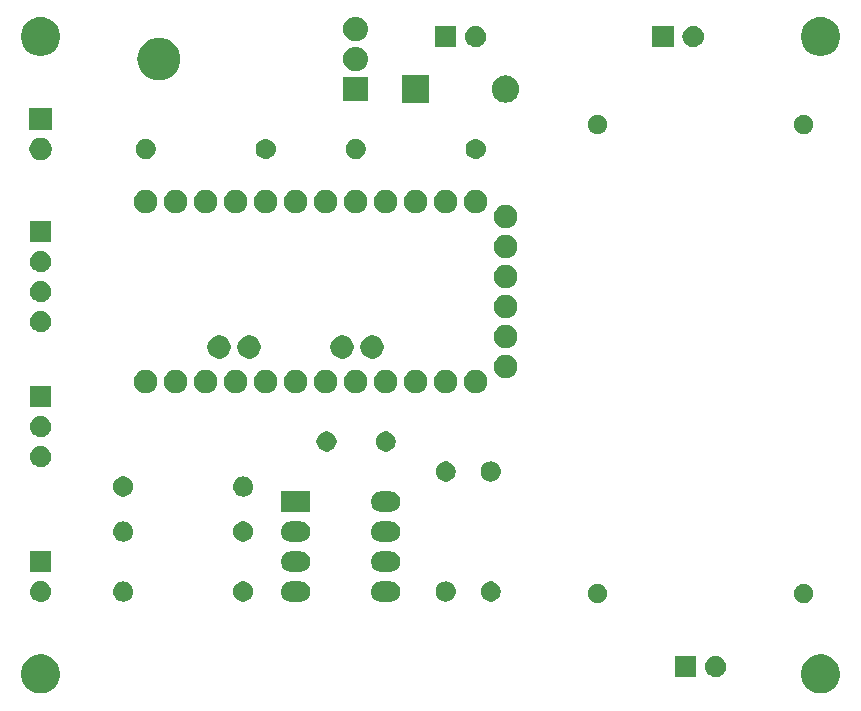
<source format=gbr>
G04 #@! TF.GenerationSoftware,KiCad,Pcbnew,(5.0.2-5)-5*
G04 #@! TF.CreationDate,2022-02-20T19:00:33+00:00*
G04 #@! TF.ProjectId,soldering_iron,736f6c64-6572-4696-9e67-5f69726f6e2e,rev?*
G04 #@! TF.SameCoordinates,Original*
G04 #@! TF.FileFunction,Soldermask,Top*
G04 #@! TF.FilePolarity,Negative*
%FSLAX46Y46*%
G04 Gerber Fmt 4.6, Leading zero omitted, Abs format (unit mm)*
G04 Created by KiCad (PCBNEW (5.0.2-5)-5) date Sunday, 20 February 2022 at 19:00:33*
%MOMM*%
%LPD*%
G01*
G04 APERTURE LIST*
%ADD10C,0.100000*%
G04 APERTURE END LIST*
D10*
G36*
X145155256Y-77766298D02*
X145261579Y-77787447D01*
X145562042Y-77911903D01*
X145828852Y-78090180D01*
X145832454Y-78092587D01*
X146062413Y-78322546D01*
X146062415Y-78322549D01*
X146243097Y-78592958D01*
X146367553Y-78893421D01*
X146372169Y-78916627D01*
X146431000Y-79212389D01*
X146431000Y-79537611D01*
X146367553Y-79856578D01*
X146243098Y-80157040D01*
X146062413Y-80427454D01*
X145832454Y-80657413D01*
X145832451Y-80657415D01*
X145562042Y-80838097D01*
X145261579Y-80962553D01*
X145155256Y-80983702D01*
X144942611Y-81026000D01*
X144617389Y-81026000D01*
X144404744Y-80983702D01*
X144298421Y-80962553D01*
X143997958Y-80838097D01*
X143727549Y-80657415D01*
X143727546Y-80657413D01*
X143497587Y-80427454D01*
X143316902Y-80157040D01*
X143192447Y-79856578D01*
X143129000Y-79537611D01*
X143129000Y-79212389D01*
X143187831Y-78916627D01*
X143192447Y-78893421D01*
X143316903Y-78592958D01*
X143497585Y-78322549D01*
X143497587Y-78322546D01*
X143727546Y-78092587D01*
X143731148Y-78090180D01*
X143997958Y-77911903D01*
X144298421Y-77787447D01*
X144404744Y-77766298D01*
X144617389Y-77724000D01*
X144942611Y-77724000D01*
X145155256Y-77766298D01*
X145155256Y-77766298D01*
G37*
G36*
X79115256Y-77766298D02*
X79221579Y-77787447D01*
X79522042Y-77911903D01*
X79788852Y-78090180D01*
X79792454Y-78092587D01*
X80022413Y-78322546D01*
X80022415Y-78322549D01*
X80203097Y-78592958D01*
X80327553Y-78893421D01*
X80332169Y-78916627D01*
X80391000Y-79212389D01*
X80391000Y-79537611D01*
X80327553Y-79856578D01*
X80203098Y-80157040D01*
X80022413Y-80427454D01*
X79792454Y-80657413D01*
X79792451Y-80657415D01*
X79522042Y-80838097D01*
X79221579Y-80962553D01*
X79115256Y-80983702D01*
X78902611Y-81026000D01*
X78577389Y-81026000D01*
X78364744Y-80983702D01*
X78258421Y-80962553D01*
X77957958Y-80838097D01*
X77687549Y-80657415D01*
X77687546Y-80657413D01*
X77457587Y-80427454D01*
X77276902Y-80157040D01*
X77152447Y-79856578D01*
X77089000Y-79537611D01*
X77089000Y-79212389D01*
X77147831Y-78916627D01*
X77152447Y-78893421D01*
X77276903Y-78592958D01*
X77457585Y-78322549D01*
X77457587Y-78322546D01*
X77687546Y-78092587D01*
X77691148Y-78090180D01*
X77957958Y-77911903D01*
X78258421Y-77787447D01*
X78364744Y-77766298D01*
X78577389Y-77724000D01*
X78902611Y-77724000D01*
X79115256Y-77766298D01*
X79115256Y-77766298D01*
G37*
G36*
X136000443Y-77845519D02*
X136066627Y-77852037D01*
X136179853Y-77886384D01*
X136236467Y-77903557D01*
X136375087Y-77977652D01*
X136392991Y-77987222D01*
X136428729Y-78016552D01*
X136530186Y-78099814D01*
X136613448Y-78201271D01*
X136642778Y-78237009D01*
X136642779Y-78237011D01*
X136726443Y-78393533D01*
X136726443Y-78393534D01*
X136777963Y-78563373D01*
X136795359Y-78740000D01*
X136777963Y-78916627D01*
X136743616Y-79029853D01*
X136726443Y-79086467D01*
X136659135Y-79212389D01*
X136642778Y-79242991D01*
X136613448Y-79278729D01*
X136530186Y-79380186D01*
X136428729Y-79463448D01*
X136392991Y-79492778D01*
X136392989Y-79492779D01*
X136236467Y-79576443D01*
X136179853Y-79593616D01*
X136066627Y-79627963D01*
X136000442Y-79634482D01*
X135934260Y-79641000D01*
X135845740Y-79641000D01*
X135779558Y-79634482D01*
X135713373Y-79627963D01*
X135600147Y-79593616D01*
X135543533Y-79576443D01*
X135387011Y-79492779D01*
X135387009Y-79492778D01*
X135351271Y-79463448D01*
X135249814Y-79380186D01*
X135166552Y-79278729D01*
X135137222Y-79242991D01*
X135120865Y-79212389D01*
X135053557Y-79086467D01*
X135036384Y-79029853D01*
X135002037Y-78916627D01*
X134984641Y-78740000D01*
X135002037Y-78563373D01*
X135053557Y-78393534D01*
X135053557Y-78393533D01*
X135137221Y-78237011D01*
X135137222Y-78237009D01*
X135166552Y-78201271D01*
X135249814Y-78099814D01*
X135351271Y-78016552D01*
X135387009Y-77987222D01*
X135404913Y-77977652D01*
X135543533Y-77903557D01*
X135600147Y-77886384D01*
X135713373Y-77852037D01*
X135779557Y-77845519D01*
X135845740Y-77839000D01*
X135934260Y-77839000D01*
X136000443Y-77845519D01*
X136000443Y-77845519D01*
G37*
G36*
X134251000Y-79641000D02*
X132449000Y-79641000D01*
X132449000Y-77839000D01*
X134251000Y-77839000D01*
X134251000Y-79641000D01*
X134251000Y-79641000D01*
G37*
G36*
X143588392Y-71766992D02*
X143736352Y-71828280D01*
X143765145Y-71847519D01*
X143869507Y-71917251D01*
X143982749Y-72030493D01*
X144026933Y-72096620D01*
X144071720Y-72163648D01*
X144133008Y-72311608D01*
X144164250Y-72468675D01*
X144164250Y-72628825D01*
X144133008Y-72785892D01*
X144071720Y-72933852D01*
X143982748Y-73067008D01*
X143869508Y-73180248D01*
X143736352Y-73269220D01*
X143588392Y-73330508D01*
X143431325Y-73361750D01*
X143271175Y-73361750D01*
X143114108Y-73330508D01*
X142966148Y-73269220D01*
X142832992Y-73180248D01*
X142719752Y-73067008D01*
X142630780Y-72933852D01*
X142569492Y-72785892D01*
X142538250Y-72628825D01*
X142538250Y-72468675D01*
X142569492Y-72311608D01*
X142630780Y-72163648D01*
X142675567Y-72096620D01*
X142719751Y-72030493D01*
X142832993Y-71917251D01*
X142937355Y-71847519D01*
X142966148Y-71828280D01*
X143114108Y-71766992D01*
X143271175Y-71735750D01*
X143431325Y-71735750D01*
X143588392Y-71766992D01*
X143588392Y-71766992D01*
G37*
G36*
X126125892Y-71766992D02*
X126273852Y-71828280D01*
X126302645Y-71847519D01*
X126407007Y-71917251D01*
X126520249Y-72030493D01*
X126564433Y-72096620D01*
X126609220Y-72163648D01*
X126670508Y-72311608D01*
X126701750Y-72468675D01*
X126701750Y-72628825D01*
X126670508Y-72785892D01*
X126609220Y-72933852D01*
X126520248Y-73067008D01*
X126407008Y-73180248D01*
X126273852Y-73269220D01*
X126125892Y-73330508D01*
X125968825Y-73361750D01*
X125808675Y-73361750D01*
X125651608Y-73330508D01*
X125503648Y-73269220D01*
X125370492Y-73180248D01*
X125257252Y-73067008D01*
X125168280Y-72933852D01*
X125106992Y-72785892D01*
X125075750Y-72628825D01*
X125075750Y-72468675D01*
X125106992Y-72311608D01*
X125168280Y-72163648D01*
X125213067Y-72096620D01*
X125257251Y-72030493D01*
X125370493Y-71917251D01*
X125474855Y-71847519D01*
X125503648Y-71828280D01*
X125651608Y-71766992D01*
X125808675Y-71735750D01*
X125968825Y-71735750D01*
X126125892Y-71766992D01*
X126125892Y-71766992D01*
G37*
G36*
X78850443Y-71495519D02*
X78916627Y-71502037D01*
X79029853Y-71536384D01*
X79086467Y-71553557D01*
X79173311Y-71599977D01*
X79242991Y-71637222D01*
X79278729Y-71666552D01*
X79380186Y-71749814D01*
X79444580Y-71828280D01*
X79492778Y-71887009D01*
X79492779Y-71887011D01*
X79576443Y-72043533D01*
X79593616Y-72100147D01*
X79627963Y-72213373D01*
X79645359Y-72390000D01*
X79627963Y-72566627D01*
X79609096Y-72628824D01*
X79576443Y-72736467D01*
X79507698Y-72865078D01*
X79492778Y-72892991D01*
X79463448Y-72928729D01*
X79380186Y-73030186D01*
X79278729Y-73113448D01*
X79242991Y-73142778D01*
X79242989Y-73142779D01*
X79086467Y-73226443D01*
X79079069Y-73228687D01*
X78916627Y-73277963D01*
X78850443Y-73284481D01*
X78784260Y-73291000D01*
X78695740Y-73291000D01*
X78629557Y-73284481D01*
X78563373Y-73277963D01*
X78400931Y-73228687D01*
X78393533Y-73226443D01*
X78237011Y-73142779D01*
X78237009Y-73142778D01*
X78201271Y-73113448D01*
X78099814Y-73030186D01*
X78016552Y-72928729D01*
X77987222Y-72892991D01*
X77972302Y-72865078D01*
X77903557Y-72736467D01*
X77870904Y-72628824D01*
X77852037Y-72566627D01*
X77834641Y-72390000D01*
X77852037Y-72213373D01*
X77886384Y-72100147D01*
X77903557Y-72043533D01*
X77987221Y-71887011D01*
X77987222Y-71887009D01*
X78035420Y-71828280D01*
X78099814Y-71749814D01*
X78201271Y-71666552D01*
X78237009Y-71637222D01*
X78306689Y-71599977D01*
X78393533Y-71553557D01*
X78450147Y-71536384D01*
X78563373Y-71502037D01*
X78629557Y-71495519D01*
X78695740Y-71489000D01*
X78784260Y-71489000D01*
X78850443Y-71495519D01*
X78850443Y-71495519D01*
G37*
G36*
X108516821Y-71551313D02*
X108516824Y-71551314D01*
X108516825Y-71551314D01*
X108677239Y-71599975D01*
X108677241Y-71599976D01*
X108677244Y-71599977D01*
X108825078Y-71678995D01*
X108954659Y-71785341D01*
X109061005Y-71914922D01*
X109140023Y-72062756D01*
X109140024Y-72062759D01*
X109140025Y-72062761D01*
X109185713Y-72213375D01*
X109188687Y-72223179D01*
X109205117Y-72390000D01*
X109188687Y-72556821D01*
X109188686Y-72556824D01*
X109188686Y-72556825D01*
X109163993Y-72638228D01*
X109140023Y-72717244D01*
X109061005Y-72865078D01*
X108954659Y-72994659D01*
X108825078Y-73101005D01*
X108677244Y-73180023D01*
X108677241Y-73180024D01*
X108677239Y-73180025D01*
X108516825Y-73228686D01*
X108516824Y-73228686D01*
X108516821Y-73228687D01*
X108391804Y-73241000D01*
X107508196Y-73241000D01*
X107383179Y-73228687D01*
X107383176Y-73228686D01*
X107383175Y-73228686D01*
X107222761Y-73180025D01*
X107222759Y-73180024D01*
X107222756Y-73180023D01*
X107074922Y-73101005D01*
X106945341Y-72994659D01*
X106838995Y-72865078D01*
X106759977Y-72717244D01*
X106736008Y-72638228D01*
X106711314Y-72556825D01*
X106711314Y-72556824D01*
X106711313Y-72556821D01*
X106694883Y-72390000D01*
X106711313Y-72223179D01*
X106714287Y-72213375D01*
X106759975Y-72062761D01*
X106759976Y-72062759D01*
X106759977Y-72062756D01*
X106838995Y-71914922D01*
X106945341Y-71785341D01*
X107074922Y-71678995D01*
X107222756Y-71599977D01*
X107222759Y-71599976D01*
X107222761Y-71599975D01*
X107383175Y-71551314D01*
X107383176Y-71551314D01*
X107383179Y-71551313D01*
X107508196Y-71539000D01*
X108391804Y-71539000D01*
X108516821Y-71551313D01*
X108516821Y-71551313D01*
G37*
G36*
X100896821Y-71551313D02*
X100896824Y-71551314D01*
X100896825Y-71551314D01*
X101057239Y-71599975D01*
X101057241Y-71599976D01*
X101057244Y-71599977D01*
X101205078Y-71678995D01*
X101334659Y-71785341D01*
X101441005Y-71914922D01*
X101520023Y-72062756D01*
X101520024Y-72062759D01*
X101520025Y-72062761D01*
X101565713Y-72213375D01*
X101568687Y-72223179D01*
X101585117Y-72390000D01*
X101568687Y-72556821D01*
X101568686Y-72556824D01*
X101568686Y-72556825D01*
X101543993Y-72638228D01*
X101520023Y-72717244D01*
X101441005Y-72865078D01*
X101334659Y-72994659D01*
X101205078Y-73101005D01*
X101057244Y-73180023D01*
X101057241Y-73180024D01*
X101057239Y-73180025D01*
X100896825Y-73228686D01*
X100896824Y-73228686D01*
X100896821Y-73228687D01*
X100771804Y-73241000D01*
X99888196Y-73241000D01*
X99763179Y-73228687D01*
X99763176Y-73228686D01*
X99763175Y-73228686D01*
X99602761Y-73180025D01*
X99602759Y-73180024D01*
X99602756Y-73180023D01*
X99454922Y-73101005D01*
X99325341Y-72994659D01*
X99218995Y-72865078D01*
X99139977Y-72717244D01*
X99116008Y-72638228D01*
X99091314Y-72556825D01*
X99091314Y-72556824D01*
X99091313Y-72556821D01*
X99074883Y-72390000D01*
X99091313Y-72223179D01*
X99094287Y-72213375D01*
X99139975Y-72062761D01*
X99139976Y-72062759D01*
X99139977Y-72062756D01*
X99218995Y-71914922D01*
X99325341Y-71785341D01*
X99454922Y-71678995D01*
X99602756Y-71599977D01*
X99602759Y-71599976D01*
X99602761Y-71599975D01*
X99763175Y-71551314D01*
X99763176Y-71551314D01*
X99763179Y-71551313D01*
X99888196Y-71539000D01*
X100771804Y-71539000D01*
X100896821Y-71551313D01*
X100896821Y-71551313D01*
G37*
G36*
X96133228Y-71571703D02*
X96288100Y-71635853D01*
X96427481Y-71728985D01*
X96546015Y-71847519D01*
X96639147Y-71986900D01*
X96703297Y-72141772D01*
X96736000Y-72306184D01*
X96736000Y-72473816D01*
X96703297Y-72638228D01*
X96639147Y-72793100D01*
X96546015Y-72932481D01*
X96427481Y-73051015D01*
X96288100Y-73144147D01*
X96133228Y-73208297D01*
X95968816Y-73241000D01*
X95801184Y-73241000D01*
X95636772Y-73208297D01*
X95481900Y-73144147D01*
X95342519Y-73051015D01*
X95223985Y-72932481D01*
X95130853Y-72793100D01*
X95066703Y-72638228D01*
X95034000Y-72473816D01*
X95034000Y-72306184D01*
X95066703Y-72141772D01*
X95130853Y-71986900D01*
X95223985Y-71847519D01*
X95342519Y-71728985D01*
X95481900Y-71635853D01*
X95636772Y-71571703D01*
X95801184Y-71539000D01*
X95968816Y-71539000D01*
X96133228Y-71571703D01*
X96133228Y-71571703D01*
G37*
G36*
X85891821Y-71551313D02*
X85891824Y-71551314D01*
X85891825Y-71551314D01*
X86052239Y-71599975D01*
X86052241Y-71599976D01*
X86052244Y-71599977D01*
X86200078Y-71678995D01*
X86329659Y-71785341D01*
X86436005Y-71914922D01*
X86515023Y-72062756D01*
X86515024Y-72062759D01*
X86515025Y-72062761D01*
X86560713Y-72213375D01*
X86563687Y-72223179D01*
X86580117Y-72390000D01*
X86563687Y-72556821D01*
X86563686Y-72556824D01*
X86563686Y-72556825D01*
X86538993Y-72638228D01*
X86515023Y-72717244D01*
X86436005Y-72865078D01*
X86329659Y-72994659D01*
X86200078Y-73101005D01*
X86052244Y-73180023D01*
X86052241Y-73180024D01*
X86052239Y-73180025D01*
X85891825Y-73228686D01*
X85891824Y-73228686D01*
X85891821Y-73228687D01*
X85766804Y-73241000D01*
X85683196Y-73241000D01*
X85558179Y-73228687D01*
X85558176Y-73228686D01*
X85558175Y-73228686D01*
X85397761Y-73180025D01*
X85397759Y-73180024D01*
X85397756Y-73180023D01*
X85249922Y-73101005D01*
X85120341Y-72994659D01*
X85013995Y-72865078D01*
X84934977Y-72717244D01*
X84911008Y-72638228D01*
X84886314Y-72556825D01*
X84886314Y-72556824D01*
X84886313Y-72556821D01*
X84869883Y-72390000D01*
X84886313Y-72223179D01*
X84889287Y-72213375D01*
X84934975Y-72062761D01*
X84934976Y-72062759D01*
X84934977Y-72062756D01*
X85013995Y-71914922D01*
X85120341Y-71785341D01*
X85249922Y-71678995D01*
X85397756Y-71599977D01*
X85397759Y-71599976D01*
X85397761Y-71599975D01*
X85558175Y-71551314D01*
X85558176Y-71551314D01*
X85558179Y-71551313D01*
X85683196Y-71539000D01*
X85766804Y-71539000D01*
X85891821Y-71551313D01*
X85891821Y-71551313D01*
G37*
G36*
X117088228Y-71571703D02*
X117243100Y-71635853D01*
X117382481Y-71728985D01*
X117501015Y-71847519D01*
X117594147Y-71986900D01*
X117658297Y-72141772D01*
X117691000Y-72306184D01*
X117691000Y-72473816D01*
X117658297Y-72638228D01*
X117594147Y-72793100D01*
X117501015Y-72932481D01*
X117382481Y-73051015D01*
X117243100Y-73144147D01*
X117088228Y-73208297D01*
X116923816Y-73241000D01*
X116756184Y-73241000D01*
X116591772Y-73208297D01*
X116436900Y-73144147D01*
X116297519Y-73051015D01*
X116178985Y-72932481D01*
X116085853Y-72793100D01*
X116021703Y-72638228D01*
X115989000Y-72473816D01*
X115989000Y-72306184D01*
X116021703Y-72141772D01*
X116085853Y-71986900D01*
X116178985Y-71847519D01*
X116297519Y-71728985D01*
X116436900Y-71635853D01*
X116591772Y-71571703D01*
X116756184Y-71539000D01*
X116923816Y-71539000D01*
X117088228Y-71571703D01*
X117088228Y-71571703D01*
G37*
G36*
X113196821Y-71551313D02*
X113196824Y-71551314D01*
X113196825Y-71551314D01*
X113357239Y-71599975D01*
X113357241Y-71599976D01*
X113357244Y-71599977D01*
X113505078Y-71678995D01*
X113634659Y-71785341D01*
X113741005Y-71914922D01*
X113820023Y-72062756D01*
X113820024Y-72062759D01*
X113820025Y-72062761D01*
X113865713Y-72213375D01*
X113868687Y-72223179D01*
X113885117Y-72390000D01*
X113868687Y-72556821D01*
X113868686Y-72556824D01*
X113868686Y-72556825D01*
X113843993Y-72638228D01*
X113820023Y-72717244D01*
X113741005Y-72865078D01*
X113634659Y-72994659D01*
X113505078Y-73101005D01*
X113357244Y-73180023D01*
X113357241Y-73180024D01*
X113357239Y-73180025D01*
X113196825Y-73228686D01*
X113196824Y-73228686D01*
X113196821Y-73228687D01*
X113071804Y-73241000D01*
X112988196Y-73241000D01*
X112863179Y-73228687D01*
X112863176Y-73228686D01*
X112863175Y-73228686D01*
X112702761Y-73180025D01*
X112702759Y-73180024D01*
X112702756Y-73180023D01*
X112554922Y-73101005D01*
X112425341Y-72994659D01*
X112318995Y-72865078D01*
X112239977Y-72717244D01*
X112216008Y-72638228D01*
X112191314Y-72556825D01*
X112191314Y-72556824D01*
X112191313Y-72556821D01*
X112174883Y-72390000D01*
X112191313Y-72223179D01*
X112194287Y-72213375D01*
X112239975Y-72062761D01*
X112239976Y-72062759D01*
X112239977Y-72062756D01*
X112318995Y-71914922D01*
X112425341Y-71785341D01*
X112554922Y-71678995D01*
X112702756Y-71599977D01*
X112702759Y-71599976D01*
X112702761Y-71599975D01*
X112863175Y-71551314D01*
X112863176Y-71551314D01*
X112863179Y-71551313D01*
X112988196Y-71539000D01*
X113071804Y-71539000D01*
X113196821Y-71551313D01*
X113196821Y-71551313D01*
G37*
G36*
X79641000Y-70751000D02*
X77839000Y-70751000D01*
X77839000Y-68949000D01*
X79641000Y-68949000D01*
X79641000Y-70751000D01*
X79641000Y-70751000D01*
G37*
G36*
X108516821Y-69011313D02*
X108516824Y-69011314D01*
X108516825Y-69011314D01*
X108677239Y-69059975D01*
X108677241Y-69059976D01*
X108677244Y-69059977D01*
X108825078Y-69138995D01*
X108954659Y-69245341D01*
X109061005Y-69374922D01*
X109140023Y-69522756D01*
X109188687Y-69683179D01*
X109205117Y-69850000D01*
X109188687Y-70016821D01*
X109140023Y-70177244D01*
X109061005Y-70325078D01*
X108954659Y-70454659D01*
X108825078Y-70561005D01*
X108677244Y-70640023D01*
X108677241Y-70640024D01*
X108677239Y-70640025D01*
X108516825Y-70688686D01*
X108516824Y-70688686D01*
X108516821Y-70688687D01*
X108391804Y-70701000D01*
X107508196Y-70701000D01*
X107383179Y-70688687D01*
X107383176Y-70688686D01*
X107383175Y-70688686D01*
X107222761Y-70640025D01*
X107222759Y-70640024D01*
X107222756Y-70640023D01*
X107074922Y-70561005D01*
X106945341Y-70454659D01*
X106838995Y-70325078D01*
X106759977Y-70177244D01*
X106711313Y-70016821D01*
X106694883Y-69850000D01*
X106711313Y-69683179D01*
X106759977Y-69522756D01*
X106838995Y-69374922D01*
X106945341Y-69245341D01*
X107074922Y-69138995D01*
X107222756Y-69059977D01*
X107222759Y-69059976D01*
X107222761Y-69059975D01*
X107383175Y-69011314D01*
X107383176Y-69011314D01*
X107383179Y-69011313D01*
X107508196Y-68999000D01*
X108391804Y-68999000D01*
X108516821Y-69011313D01*
X108516821Y-69011313D01*
G37*
G36*
X100896821Y-69011313D02*
X100896824Y-69011314D01*
X100896825Y-69011314D01*
X101057239Y-69059975D01*
X101057241Y-69059976D01*
X101057244Y-69059977D01*
X101205078Y-69138995D01*
X101334659Y-69245341D01*
X101441005Y-69374922D01*
X101520023Y-69522756D01*
X101568687Y-69683179D01*
X101585117Y-69850000D01*
X101568687Y-70016821D01*
X101520023Y-70177244D01*
X101441005Y-70325078D01*
X101334659Y-70454659D01*
X101205078Y-70561005D01*
X101057244Y-70640023D01*
X101057241Y-70640024D01*
X101057239Y-70640025D01*
X100896825Y-70688686D01*
X100896824Y-70688686D01*
X100896821Y-70688687D01*
X100771804Y-70701000D01*
X99888196Y-70701000D01*
X99763179Y-70688687D01*
X99763176Y-70688686D01*
X99763175Y-70688686D01*
X99602761Y-70640025D01*
X99602759Y-70640024D01*
X99602756Y-70640023D01*
X99454922Y-70561005D01*
X99325341Y-70454659D01*
X99218995Y-70325078D01*
X99139977Y-70177244D01*
X99091313Y-70016821D01*
X99074883Y-69850000D01*
X99091313Y-69683179D01*
X99139977Y-69522756D01*
X99218995Y-69374922D01*
X99325341Y-69245341D01*
X99454922Y-69138995D01*
X99602756Y-69059977D01*
X99602759Y-69059976D01*
X99602761Y-69059975D01*
X99763175Y-69011314D01*
X99763176Y-69011314D01*
X99763179Y-69011313D01*
X99888196Y-68999000D01*
X100771804Y-68999000D01*
X100896821Y-69011313D01*
X100896821Y-69011313D01*
G37*
G36*
X96133228Y-66491703D02*
X96288100Y-66555853D01*
X96427481Y-66648985D01*
X96546015Y-66767519D01*
X96639147Y-66906900D01*
X96703297Y-67061772D01*
X96736000Y-67226184D01*
X96736000Y-67393816D01*
X96703297Y-67558228D01*
X96639147Y-67713100D01*
X96546015Y-67852481D01*
X96427481Y-67971015D01*
X96288100Y-68064147D01*
X96133228Y-68128297D01*
X95968816Y-68161000D01*
X95801184Y-68161000D01*
X95636772Y-68128297D01*
X95481900Y-68064147D01*
X95342519Y-67971015D01*
X95223985Y-67852481D01*
X95130853Y-67713100D01*
X95066703Y-67558228D01*
X95034000Y-67393816D01*
X95034000Y-67226184D01*
X95066703Y-67061772D01*
X95130853Y-66906900D01*
X95223985Y-66767519D01*
X95342519Y-66648985D01*
X95481900Y-66555853D01*
X95636772Y-66491703D01*
X95801184Y-66459000D01*
X95968816Y-66459000D01*
X96133228Y-66491703D01*
X96133228Y-66491703D01*
G37*
G36*
X108516821Y-66471313D02*
X108516824Y-66471314D01*
X108516825Y-66471314D01*
X108677239Y-66519975D01*
X108677241Y-66519976D01*
X108677244Y-66519977D01*
X108825078Y-66598995D01*
X108954659Y-66705341D01*
X109061005Y-66834922D01*
X109140023Y-66982756D01*
X109140024Y-66982759D01*
X109140025Y-66982761D01*
X109188686Y-67143175D01*
X109188687Y-67143179D01*
X109205117Y-67310000D01*
X109188687Y-67476821D01*
X109188686Y-67476824D01*
X109188686Y-67476825D01*
X109163993Y-67558228D01*
X109140023Y-67637244D01*
X109061005Y-67785078D01*
X108954659Y-67914659D01*
X108825078Y-68021005D01*
X108677244Y-68100023D01*
X108677241Y-68100024D01*
X108677239Y-68100025D01*
X108516825Y-68148686D01*
X108516824Y-68148686D01*
X108516821Y-68148687D01*
X108391804Y-68161000D01*
X107508196Y-68161000D01*
X107383179Y-68148687D01*
X107383176Y-68148686D01*
X107383175Y-68148686D01*
X107222761Y-68100025D01*
X107222759Y-68100024D01*
X107222756Y-68100023D01*
X107074922Y-68021005D01*
X106945341Y-67914659D01*
X106838995Y-67785078D01*
X106759977Y-67637244D01*
X106736008Y-67558228D01*
X106711314Y-67476825D01*
X106711314Y-67476824D01*
X106711313Y-67476821D01*
X106694883Y-67310000D01*
X106711313Y-67143179D01*
X106711314Y-67143175D01*
X106759975Y-66982761D01*
X106759976Y-66982759D01*
X106759977Y-66982756D01*
X106838995Y-66834922D01*
X106945341Y-66705341D01*
X107074922Y-66598995D01*
X107222756Y-66519977D01*
X107222759Y-66519976D01*
X107222761Y-66519975D01*
X107383175Y-66471314D01*
X107383176Y-66471314D01*
X107383179Y-66471313D01*
X107508196Y-66459000D01*
X108391804Y-66459000D01*
X108516821Y-66471313D01*
X108516821Y-66471313D01*
G37*
G36*
X100896821Y-66471313D02*
X100896824Y-66471314D01*
X100896825Y-66471314D01*
X101057239Y-66519975D01*
X101057241Y-66519976D01*
X101057244Y-66519977D01*
X101205078Y-66598995D01*
X101334659Y-66705341D01*
X101441005Y-66834922D01*
X101520023Y-66982756D01*
X101520024Y-66982759D01*
X101520025Y-66982761D01*
X101568686Y-67143175D01*
X101568687Y-67143179D01*
X101585117Y-67310000D01*
X101568687Y-67476821D01*
X101568686Y-67476824D01*
X101568686Y-67476825D01*
X101543993Y-67558228D01*
X101520023Y-67637244D01*
X101441005Y-67785078D01*
X101334659Y-67914659D01*
X101205078Y-68021005D01*
X101057244Y-68100023D01*
X101057241Y-68100024D01*
X101057239Y-68100025D01*
X100896825Y-68148686D01*
X100896824Y-68148686D01*
X100896821Y-68148687D01*
X100771804Y-68161000D01*
X99888196Y-68161000D01*
X99763179Y-68148687D01*
X99763176Y-68148686D01*
X99763175Y-68148686D01*
X99602761Y-68100025D01*
X99602759Y-68100024D01*
X99602756Y-68100023D01*
X99454922Y-68021005D01*
X99325341Y-67914659D01*
X99218995Y-67785078D01*
X99139977Y-67637244D01*
X99116008Y-67558228D01*
X99091314Y-67476825D01*
X99091314Y-67476824D01*
X99091313Y-67476821D01*
X99074883Y-67310000D01*
X99091313Y-67143179D01*
X99091314Y-67143175D01*
X99139975Y-66982761D01*
X99139976Y-66982759D01*
X99139977Y-66982756D01*
X99218995Y-66834922D01*
X99325341Y-66705341D01*
X99454922Y-66598995D01*
X99602756Y-66519977D01*
X99602759Y-66519976D01*
X99602761Y-66519975D01*
X99763175Y-66471314D01*
X99763176Y-66471314D01*
X99763179Y-66471313D01*
X99888196Y-66459000D01*
X100771804Y-66459000D01*
X100896821Y-66471313D01*
X100896821Y-66471313D01*
G37*
G36*
X85891821Y-66471313D02*
X85891824Y-66471314D01*
X85891825Y-66471314D01*
X86052239Y-66519975D01*
X86052241Y-66519976D01*
X86052244Y-66519977D01*
X86200078Y-66598995D01*
X86329659Y-66705341D01*
X86436005Y-66834922D01*
X86515023Y-66982756D01*
X86515024Y-66982759D01*
X86515025Y-66982761D01*
X86563686Y-67143175D01*
X86563687Y-67143179D01*
X86580117Y-67310000D01*
X86563687Y-67476821D01*
X86563686Y-67476824D01*
X86563686Y-67476825D01*
X86538993Y-67558228D01*
X86515023Y-67637244D01*
X86436005Y-67785078D01*
X86329659Y-67914659D01*
X86200078Y-68021005D01*
X86052244Y-68100023D01*
X86052241Y-68100024D01*
X86052239Y-68100025D01*
X85891825Y-68148686D01*
X85891824Y-68148686D01*
X85891821Y-68148687D01*
X85766804Y-68161000D01*
X85683196Y-68161000D01*
X85558179Y-68148687D01*
X85558176Y-68148686D01*
X85558175Y-68148686D01*
X85397761Y-68100025D01*
X85397759Y-68100024D01*
X85397756Y-68100023D01*
X85249922Y-68021005D01*
X85120341Y-67914659D01*
X85013995Y-67785078D01*
X84934977Y-67637244D01*
X84911008Y-67558228D01*
X84886314Y-67476825D01*
X84886314Y-67476824D01*
X84886313Y-67476821D01*
X84869883Y-67310000D01*
X84886313Y-67143179D01*
X84886314Y-67143175D01*
X84934975Y-66982761D01*
X84934976Y-66982759D01*
X84934977Y-66982756D01*
X85013995Y-66834922D01*
X85120341Y-66705341D01*
X85249922Y-66598995D01*
X85397756Y-66519977D01*
X85397759Y-66519976D01*
X85397761Y-66519975D01*
X85558175Y-66471314D01*
X85558176Y-66471314D01*
X85558179Y-66471313D01*
X85683196Y-66459000D01*
X85766804Y-66459000D01*
X85891821Y-66471313D01*
X85891821Y-66471313D01*
G37*
G36*
X101581000Y-65621000D02*
X99079000Y-65621000D01*
X99079000Y-63919000D01*
X101581000Y-63919000D01*
X101581000Y-65621000D01*
X101581000Y-65621000D01*
G37*
G36*
X108516821Y-63931313D02*
X108516824Y-63931314D01*
X108516825Y-63931314D01*
X108677239Y-63979975D01*
X108677241Y-63979976D01*
X108677244Y-63979977D01*
X108825078Y-64058995D01*
X108954659Y-64165341D01*
X109061005Y-64294922D01*
X109140023Y-64442756D01*
X109188687Y-64603179D01*
X109205117Y-64770000D01*
X109188687Y-64936821D01*
X109140023Y-65097244D01*
X109061005Y-65245078D01*
X108954659Y-65374659D01*
X108825078Y-65481005D01*
X108677244Y-65560023D01*
X108677241Y-65560024D01*
X108677239Y-65560025D01*
X108516825Y-65608686D01*
X108516824Y-65608686D01*
X108516821Y-65608687D01*
X108391804Y-65621000D01*
X107508196Y-65621000D01*
X107383179Y-65608687D01*
X107383176Y-65608686D01*
X107383175Y-65608686D01*
X107222761Y-65560025D01*
X107222759Y-65560024D01*
X107222756Y-65560023D01*
X107074922Y-65481005D01*
X106945341Y-65374659D01*
X106838995Y-65245078D01*
X106759977Y-65097244D01*
X106711313Y-64936821D01*
X106694883Y-64770000D01*
X106711313Y-64603179D01*
X106759977Y-64442756D01*
X106838995Y-64294922D01*
X106945341Y-64165341D01*
X107074922Y-64058995D01*
X107222756Y-63979977D01*
X107222759Y-63979976D01*
X107222761Y-63979975D01*
X107383175Y-63931314D01*
X107383176Y-63931314D01*
X107383179Y-63931313D01*
X107508196Y-63919000D01*
X108391804Y-63919000D01*
X108516821Y-63931313D01*
X108516821Y-63931313D01*
G37*
G36*
X85973228Y-62681703D02*
X86128100Y-62745853D01*
X86267481Y-62838985D01*
X86386015Y-62957519D01*
X86479147Y-63096900D01*
X86543297Y-63251772D01*
X86576000Y-63416184D01*
X86576000Y-63583816D01*
X86543297Y-63748228D01*
X86479147Y-63903100D01*
X86386015Y-64042481D01*
X86267481Y-64161015D01*
X86128100Y-64254147D01*
X85973228Y-64318297D01*
X85808816Y-64351000D01*
X85641184Y-64351000D01*
X85476772Y-64318297D01*
X85321900Y-64254147D01*
X85182519Y-64161015D01*
X85063985Y-64042481D01*
X84970853Y-63903100D01*
X84906703Y-63748228D01*
X84874000Y-63583816D01*
X84874000Y-63416184D01*
X84906703Y-63251772D01*
X84970853Y-63096900D01*
X85063985Y-62957519D01*
X85182519Y-62838985D01*
X85321900Y-62745853D01*
X85476772Y-62681703D01*
X85641184Y-62649000D01*
X85808816Y-62649000D01*
X85973228Y-62681703D01*
X85973228Y-62681703D01*
G37*
G36*
X96051821Y-62661313D02*
X96051824Y-62661314D01*
X96051825Y-62661314D01*
X96212239Y-62709975D01*
X96212241Y-62709976D01*
X96212244Y-62709977D01*
X96360078Y-62788995D01*
X96489659Y-62895341D01*
X96596005Y-63024922D01*
X96675023Y-63172756D01*
X96675024Y-63172759D01*
X96675025Y-63172761D01*
X96723686Y-63333175D01*
X96723687Y-63333179D01*
X96740117Y-63500000D01*
X96723687Y-63666821D01*
X96723686Y-63666824D01*
X96723686Y-63666825D01*
X96698993Y-63748228D01*
X96675023Y-63827244D01*
X96596005Y-63975078D01*
X96489659Y-64104659D01*
X96360078Y-64211005D01*
X96212244Y-64290023D01*
X96212241Y-64290024D01*
X96212239Y-64290025D01*
X96051825Y-64338686D01*
X96051824Y-64338686D01*
X96051821Y-64338687D01*
X95926804Y-64351000D01*
X95843196Y-64351000D01*
X95718179Y-64338687D01*
X95718176Y-64338686D01*
X95718175Y-64338686D01*
X95557761Y-64290025D01*
X95557759Y-64290024D01*
X95557756Y-64290023D01*
X95409922Y-64211005D01*
X95280341Y-64104659D01*
X95173995Y-63975078D01*
X95094977Y-63827244D01*
X95071008Y-63748228D01*
X95046314Y-63666825D01*
X95046314Y-63666824D01*
X95046313Y-63666821D01*
X95029883Y-63500000D01*
X95046313Y-63333179D01*
X95046314Y-63333175D01*
X95094975Y-63172761D01*
X95094976Y-63172759D01*
X95094977Y-63172756D01*
X95173995Y-63024922D01*
X95280341Y-62895341D01*
X95409922Y-62788995D01*
X95557756Y-62709977D01*
X95557759Y-62709976D01*
X95557761Y-62709975D01*
X95718175Y-62661314D01*
X95718176Y-62661314D01*
X95718179Y-62661313D01*
X95843196Y-62649000D01*
X95926804Y-62649000D01*
X96051821Y-62661313D01*
X96051821Y-62661313D01*
G37*
G36*
X113278228Y-61411703D02*
X113433100Y-61475853D01*
X113572481Y-61568985D01*
X113691015Y-61687519D01*
X113784147Y-61826900D01*
X113848297Y-61981772D01*
X113881000Y-62146184D01*
X113881000Y-62313816D01*
X113848297Y-62478228D01*
X113784147Y-62633100D01*
X113691015Y-62772481D01*
X113572481Y-62891015D01*
X113433100Y-62984147D01*
X113278228Y-63048297D01*
X113113816Y-63081000D01*
X112946184Y-63081000D01*
X112781772Y-63048297D01*
X112626900Y-62984147D01*
X112487519Y-62891015D01*
X112368985Y-62772481D01*
X112275853Y-62633100D01*
X112211703Y-62478228D01*
X112179000Y-62313816D01*
X112179000Y-62146184D01*
X112211703Y-61981772D01*
X112275853Y-61826900D01*
X112368985Y-61687519D01*
X112487519Y-61568985D01*
X112626900Y-61475853D01*
X112781772Y-61411703D01*
X112946184Y-61379000D01*
X113113816Y-61379000D01*
X113278228Y-61411703D01*
X113278228Y-61411703D01*
G37*
G36*
X117006821Y-61391313D02*
X117006824Y-61391314D01*
X117006825Y-61391314D01*
X117167239Y-61439975D01*
X117167241Y-61439976D01*
X117167244Y-61439977D01*
X117315078Y-61518995D01*
X117444659Y-61625341D01*
X117551005Y-61754922D01*
X117630023Y-61902756D01*
X117630024Y-61902759D01*
X117630025Y-61902761D01*
X117678686Y-62063175D01*
X117678687Y-62063179D01*
X117695117Y-62230000D01*
X117678687Y-62396821D01*
X117678686Y-62396824D01*
X117678686Y-62396825D01*
X117653993Y-62478228D01*
X117630023Y-62557244D01*
X117551005Y-62705078D01*
X117444659Y-62834659D01*
X117315078Y-62941005D01*
X117167244Y-63020023D01*
X117167241Y-63020024D01*
X117167239Y-63020025D01*
X117006825Y-63068686D01*
X117006824Y-63068686D01*
X117006821Y-63068687D01*
X116881804Y-63081000D01*
X116798196Y-63081000D01*
X116673179Y-63068687D01*
X116673176Y-63068686D01*
X116673175Y-63068686D01*
X116512761Y-63020025D01*
X116512759Y-63020024D01*
X116512756Y-63020023D01*
X116364922Y-62941005D01*
X116235341Y-62834659D01*
X116128995Y-62705078D01*
X116049977Y-62557244D01*
X116026008Y-62478228D01*
X116001314Y-62396825D01*
X116001314Y-62396824D01*
X116001313Y-62396821D01*
X115984883Y-62230000D01*
X116001313Y-62063179D01*
X116001314Y-62063175D01*
X116049975Y-61902761D01*
X116049976Y-61902759D01*
X116049977Y-61902756D01*
X116128995Y-61754922D01*
X116235341Y-61625341D01*
X116364922Y-61518995D01*
X116512756Y-61439977D01*
X116512759Y-61439976D01*
X116512761Y-61439975D01*
X116673175Y-61391314D01*
X116673176Y-61391314D01*
X116673179Y-61391313D01*
X116798196Y-61379000D01*
X116881804Y-61379000D01*
X117006821Y-61391313D01*
X117006821Y-61391313D01*
G37*
G36*
X78850442Y-60065518D02*
X78916627Y-60072037D01*
X79029853Y-60106384D01*
X79086467Y-60123557D01*
X79225087Y-60197652D01*
X79242991Y-60207222D01*
X79273769Y-60232481D01*
X79380186Y-60319814D01*
X79463448Y-60421271D01*
X79492778Y-60457009D01*
X79492779Y-60457011D01*
X79576443Y-60613533D01*
X79576443Y-60613534D01*
X79627963Y-60783373D01*
X79645359Y-60960000D01*
X79627963Y-61136627D01*
X79593616Y-61249853D01*
X79576443Y-61306467D01*
X79520192Y-61411703D01*
X79492778Y-61462991D01*
X79463448Y-61498729D01*
X79380186Y-61600186D01*
X79278729Y-61683448D01*
X79242991Y-61712778D01*
X79242989Y-61712779D01*
X79086467Y-61796443D01*
X79029853Y-61813616D01*
X78916627Y-61847963D01*
X78850443Y-61854481D01*
X78784260Y-61861000D01*
X78695740Y-61861000D01*
X78629557Y-61854481D01*
X78563373Y-61847963D01*
X78450147Y-61813616D01*
X78393533Y-61796443D01*
X78237011Y-61712779D01*
X78237009Y-61712778D01*
X78201271Y-61683448D01*
X78099814Y-61600186D01*
X78016552Y-61498729D01*
X77987222Y-61462991D01*
X77959808Y-61411703D01*
X77903557Y-61306467D01*
X77886384Y-61249853D01*
X77852037Y-61136627D01*
X77834641Y-60960000D01*
X77852037Y-60783373D01*
X77903557Y-60613534D01*
X77903557Y-60613533D01*
X77987221Y-60457011D01*
X77987222Y-60457009D01*
X78016552Y-60421271D01*
X78099814Y-60319814D01*
X78206231Y-60232481D01*
X78237009Y-60207222D01*
X78254913Y-60197652D01*
X78393533Y-60123557D01*
X78450147Y-60106384D01*
X78563373Y-60072037D01*
X78629558Y-60065518D01*
X78695740Y-60059000D01*
X78784260Y-60059000D01*
X78850442Y-60065518D01*
X78850442Y-60065518D01*
G37*
G36*
X103198228Y-58871703D02*
X103353100Y-58935853D01*
X103492481Y-59028985D01*
X103611015Y-59147519D01*
X103704147Y-59286900D01*
X103768297Y-59441772D01*
X103801000Y-59606184D01*
X103801000Y-59773816D01*
X103768297Y-59938228D01*
X103704147Y-60093100D01*
X103611015Y-60232481D01*
X103492481Y-60351015D01*
X103353100Y-60444147D01*
X103198228Y-60508297D01*
X103033816Y-60541000D01*
X102866184Y-60541000D01*
X102701772Y-60508297D01*
X102546900Y-60444147D01*
X102407519Y-60351015D01*
X102288985Y-60232481D01*
X102195853Y-60093100D01*
X102131703Y-59938228D01*
X102099000Y-59773816D01*
X102099000Y-59606184D01*
X102131703Y-59441772D01*
X102195853Y-59286900D01*
X102288985Y-59147519D01*
X102407519Y-59028985D01*
X102546900Y-58935853D01*
X102701772Y-58871703D01*
X102866184Y-58839000D01*
X103033816Y-58839000D01*
X103198228Y-58871703D01*
X103198228Y-58871703D01*
G37*
G36*
X108198228Y-58871703D02*
X108353100Y-58935853D01*
X108492481Y-59028985D01*
X108611015Y-59147519D01*
X108704147Y-59286900D01*
X108768297Y-59441772D01*
X108801000Y-59606184D01*
X108801000Y-59773816D01*
X108768297Y-59938228D01*
X108704147Y-60093100D01*
X108611015Y-60232481D01*
X108492481Y-60351015D01*
X108353100Y-60444147D01*
X108198228Y-60508297D01*
X108033816Y-60541000D01*
X107866184Y-60541000D01*
X107701772Y-60508297D01*
X107546900Y-60444147D01*
X107407519Y-60351015D01*
X107288985Y-60232481D01*
X107195853Y-60093100D01*
X107131703Y-59938228D01*
X107099000Y-59773816D01*
X107099000Y-59606184D01*
X107131703Y-59441772D01*
X107195853Y-59286900D01*
X107288985Y-59147519D01*
X107407519Y-59028985D01*
X107546900Y-58935853D01*
X107701772Y-58871703D01*
X107866184Y-58839000D01*
X108033816Y-58839000D01*
X108198228Y-58871703D01*
X108198228Y-58871703D01*
G37*
G36*
X78850443Y-57525519D02*
X78916627Y-57532037D01*
X79029853Y-57566384D01*
X79086467Y-57583557D01*
X79225087Y-57657652D01*
X79242991Y-57667222D01*
X79278729Y-57696552D01*
X79380186Y-57779814D01*
X79463448Y-57881271D01*
X79492778Y-57917009D01*
X79492779Y-57917011D01*
X79576443Y-58073533D01*
X79576443Y-58073534D01*
X79627963Y-58243373D01*
X79645359Y-58420000D01*
X79627963Y-58596627D01*
X79593616Y-58709853D01*
X79576443Y-58766467D01*
X79520192Y-58871703D01*
X79492778Y-58922991D01*
X79463448Y-58958729D01*
X79380186Y-59060186D01*
X79278729Y-59143448D01*
X79242991Y-59172778D01*
X79242989Y-59172779D01*
X79086467Y-59256443D01*
X79029853Y-59273616D01*
X78916627Y-59307963D01*
X78850442Y-59314482D01*
X78784260Y-59321000D01*
X78695740Y-59321000D01*
X78629558Y-59314482D01*
X78563373Y-59307963D01*
X78450147Y-59273616D01*
X78393533Y-59256443D01*
X78237011Y-59172779D01*
X78237009Y-59172778D01*
X78201271Y-59143448D01*
X78099814Y-59060186D01*
X78016552Y-58958729D01*
X77987222Y-58922991D01*
X77959808Y-58871703D01*
X77903557Y-58766467D01*
X77886384Y-58709853D01*
X77852037Y-58596627D01*
X77834641Y-58420000D01*
X77852037Y-58243373D01*
X77903557Y-58073534D01*
X77903557Y-58073533D01*
X77987221Y-57917011D01*
X77987222Y-57917009D01*
X78016552Y-57881271D01*
X78099814Y-57779814D01*
X78201271Y-57696552D01*
X78237009Y-57667222D01*
X78254913Y-57657652D01*
X78393533Y-57583557D01*
X78450147Y-57566384D01*
X78563373Y-57532037D01*
X78629557Y-57525519D01*
X78695740Y-57519000D01*
X78784260Y-57519000D01*
X78850443Y-57525519D01*
X78850443Y-57525519D01*
G37*
G36*
X79641000Y-56781000D02*
X77839000Y-56781000D01*
X77839000Y-54979000D01*
X79641000Y-54979000D01*
X79641000Y-56781000D01*
X79641000Y-56781000D01*
G37*
G36*
X87919003Y-53657275D02*
X87919005Y-53657276D01*
X87919006Y-53657276D01*
X88099320Y-53731964D01*
X88259410Y-53838933D01*
X88261601Y-53840397D01*
X88399603Y-53978399D01*
X88399605Y-53978402D01*
X88508036Y-54140680D01*
X88582724Y-54320994D01*
X88620800Y-54512415D01*
X88620800Y-54707585D01*
X88582724Y-54899006D01*
X88508036Y-55079320D01*
X88508035Y-55079321D01*
X88399603Y-55241601D01*
X88261601Y-55379603D01*
X88261598Y-55379605D01*
X88099320Y-55488036D01*
X87919006Y-55562724D01*
X87919005Y-55562724D01*
X87919003Y-55562725D01*
X87727587Y-55600800D01*
X87532413Y-55600800D01*
X87340997Y-55562725D01*
X87340995Y-55562724D01*
X87340994Y-55562724D01*
X87160680Y-55488036D01*
X86998402Y-55379605D01*
X86998399Y-55379603D01*
X86860397Y-55241601D01*
X86751965Y-55079321D01*
X86751964Y-55079320D01*
X86677276Y-54899006D01*
X86639200Y-54707585D01*
X86639200Y-54512415D01*
X86677276Y-54320994D01*
X86751964Y-54140680D01*
X86860395Y-53978402D01*
X86860397Y-53978399D01*
X86998399Y-53840397D01*
X87000590Y-53838933D01*
X87160680Y-53731964D01*
X87340994Y-53657276D01*
X87340995Y-53657276D01*
X87340997Y-53657275D01*
X87532413Y-53619200D01*
X87727587Y-53619200D01*
X87919003Y-53657275D01*
X87919003Y-53657275D01*
G37*
G36*
X90459003Y-53657275D02*
X90459005Y-53657276D01*
X90459006Y-53657276D01*
X90639320Y-53731964D01*
X90799410Y-53838933D01*
X90801601Y-53840397D01*
X90939603Y-53978399D01*
X90939605Y-53978402D01*
X91048036Y-54140680D01*
X91122724Y-54320994D01*
X91160800Y-54512415D01*
X91160800Y-54707585D01*
X91122724Y-54899006D01*
X91048036Y-55079320D01*
X91048035Y-55079321D01*
X90939603Y-55241601D01*
X90801601Y-55379603D01*
X90801598Y-55379605D01*
X90639320Y-55488036D01*
X90459006Y-55562724D01*
X90459005Y-55562724D01*
X90459003Y-55562725D01*
X90267587Y-55600800D01*
X90072413Y-55600800D01*
X89880997Y-55562725D01*
X89880995Y-55562724D01*
X89880994Y-55562724D01*
X89700680Y-55488036D01*
X89538402Y-55379605D01*
X89538399Y-55379603D01*
X89400397Y-55241601D01*
X89291965Y-55079321D01*
X89291964Y-55079320D01*
X89217276Y-54899006D01*
X89179200Y-54707585D01*
X89179200Y-54512415D01*
X89217276Y-54320994D01*
X89291964Y-54140680D01*
X89400395Y-53978402D01*
X89400397Y-53978399D01*
X89538399Y-53840397D01*
X89540590Y-53838933D01*
X89700680Y-53731964D01*
X89880994Y-53657276D01*
X89880995Y-53657276D01*
X89880997Y-53657275D01*
X90072413Y-53619200D01*
X90267587Y-53619200D01*
X90459003Y-53657275D01*
X90459003Y-53657275D01*
G37*
G36*
X92999003Y-53657275D02*
X92999005Y-53657276D01*
X92999006Y-53657276D01*
X93179320Y-53731964D01*
X93339410Y-53838933D01*
X93341601Y-53840397D01*
X93479603Y-53978399D01*
X93479605Y-53978402D01*
X93588036Y-54140680D01*
X93662724Y-54320994D01*
X93700800Y-54512415D01*
X93700800Y-54707585D01*
X93662724Y-54899006D01*
X93588036Y-55079320D01*
X93588035Y-55079321D01*
X93479603Y-55241601D01*
X93341601Y-55379603D01*
X93341598Y-55379605D01*
X93179320Y-55488036D01*
X92999006Y-55562724D01*
X92999005Y-55562724D01*
X92999003Y-55562725D01*
X92807587Y-55600800D01*
X92612413Y-55600800D01*
X92420997Y-55562725D01*
X92420995Y-55562724D01*
X92420994Y-55562724D01*
X92240680Y-55488036D01*
X92078402Y-55379605D01*
X92078399Y-55379603D01*
X91940397Y-55241601D01*
X91831965Y-55079321D01*
X91831964Y-55079320D01*
X91757276Y-54899006D01*
X91719200Y-54707585D01*
X91719200Y-54512415D01*
X91757276Y-54320994D01*
X91831964Y-54140680D01*
X91940395Y-53978402D01*
X91940397Y-53978399D01*
X92078399Y-53840397D01*
X92080590Y-53838933D01*
X92240680Y-53731964D01*
X92420994Y-53657276D01*
X92420995Y-53657276D01*
X92420997Y-53657275D01*
X92612413Y-53619200D01*
X92807587Y-53619200D01*
X92999003Y-53657275D01*
X92999003Y-53657275D01*
G37*
G36*
X95539003Y-53657275D02*
X95539005Y-53657276D01*
X95539006Y-53657276D01*
X95719320Y-53731964D01*
X95879410Y-53838933D01*
X95881601Y-53840397D01*
X96019603Y-53978399D01*
X96019605Y-53978402D01*
X96128036Y-54140680D01*
X96202724Y-54320994D01*
X96240800Y-54512415D01*
X96240800Y-54707585D01*
X96202724Y-54899006D01*
X96128036Y-55079320D01*
X96128035Y-55079321D01*
X96019603Y-55241601D01*
X95881601Y-55379603D01*
X95881598Y-55379605D01*
X95719320Y-55488036D01*
X95539006Y-55562724D01*
X95539005Y-55562724D01*
X95539003Y-55562725D01*
X95347587Y-55600800D01*
X95152413Y-55600800D01*
X94960997Y-55562725D01*
X94960995Y-55562724D01*
X94960994Y-55562724D01*
X94780680Y-55488036D01*
X94618402Y-55379605D01*
X94618399Y-55379603D01*
X94480397Y-55241601D01*
X94371965Y-55079321D01*
X94371964Y-55079320D01*
X94297276Y-54899006D01*
X94259200Y-54707585D01*
X94259200Y-54512415D01*
X94297276Y-54320994D01*
X94371964Y-54140680D01*
X94480395Y-53978402D01*
X94480397Y-53978399D01*
X94618399Y-53840397D01*
X94620590Y-53838933D01*
X94780680Y-53731964D01*
X94960994Y-53657276D01*
X94960995Y-53657276D01*
X94960997Y-53657275D01*
X95152413Y-53619200D01*
X95347587Y-53619200D01*
X95539003Y-53657275D01*
X95539003Y-53657275D01*
G37*
G36*
X98079003Y-53657275D02*
X98079005Y-53657276D01*
X98079006Y-53657276D01*
X98259320Y-53731964D01*
X98419410Y-53838933D01*
X98421601Y-53840397D01*
X98559603Y-53978399D01*
X98559605Y-53978402D01*
X98668036Y-54140680D01*
X98742724Y-54320994D01*
X98780800Y-54512415D01*
X98780800Y-54707585D01*
X98742724Y-54899006D01*
X98668036Y-55079320D01*
X98668035Y-55079321D01*
X98559603Y-55241601D01*
X98421601Y-55379603D01*
X98421598Y-55379605D01*
X98259320Y-55488036D01*
X98079006Y-55562724D01*
X98079005Y-55562724D01*
X98079003Y-55562725D01*
X97887587Y-55600800D01*
X97692413Y-55600800D01*
X97500997Y-55562725D01*
X97500995Y-55562724D01*
X97500994Y-55562724D01*
X97320680Y-55488036D01*
X97158402Y-55379605D01*
X97158399Y-55379603D01*
X97020397Y-55241601D01*
X96911965Y-55079321D01*
X96911964Y-55079320D01*
X96837276Y-54899006D01*
X96799200Y-54707585D01*
X96799200Y-54512415D01*
X96837276Y-54320994D01*
X96911964Y-54140680D01*
X97020395Y-53978402D01*
X97020397Y-53978399D01*
X97158399Y-53840397D01*
X97160590Y-53838933D01*
X97320680Y-53731964D01*
X97500994Y-53657276D01*
X97500995Y-53657276D01*
X97500997Y-53657275D01*
X97692413Y-53619200D01*
X97887587Y-53619200D01*
X98079003Y-53657275D01*
X98079003Y-53657275D01*
G37*
G36*
X100619003Y-53657275D02*
X100619005Y-53657276D01*
X100619006Y-53657276D01*
X100799320Y-53731964D01*
X100959410Y-53838933D01*
X100961601Y-53840397D01*
X101099603Y-53978399D01*
X101099605Y-53978402D01*
X101208036Y-54140680D01*
X101282724Y-54320994D01*
X101320800Y-54512415D01*
X101320800Y-54707585D01*
X101282724Y-54899006D01*
X101208036Y-55079320D01*
X101208035Y-55079321D01*
X101099603Y-55241601D01*
X100961601Y-55379603D01*
X100961598Y-55379605D01*
X100799320Y-55488036D01*
X100619006Y-55562724D01*
X100619005Y-55562724D01*
X100619003Y-55562725D01*
X100427587Y-55600800D01*
X100232413Y-55600800D01*
X100040997Y-55562725D01*
X100040995Y-55562724D01*
X100040994Y-55562724D01*
X99860680Y-55488036D01*
X99698402Y-55379605D01*
X99698399Y-55379603D01*
X99560397Y-55241601D01*
X99451965Y-55079321D01*
X99451964Y-55079320D01*
X99377276Y-54899006D01*
X99339200Y-54707585D01*
X99339200Y-54512415D01*
X99377276Y-54320994D01*
X99451964Y-54140680D01*
X99560395Y-53978402D01*
X99560397Y-53978399D01*
X99698399Y-53840397D01*
X99700590Y-53838933D01*
X99860680Y-53731964D01*
X100040994Y-53657276D01*
X100040995Y-53657276D01*
X100040997Y-53657275D01*
X100232413Y-53619200D01*
X100427587Y-53619200D01*
X100619003Y-53657275D01*
X100619003Y-53657275D01*
G37*
G36*
X103159003Y-53657275D02*
X103159005Y-53657276D01*
X103159006Y-53657276D01*
X103339320Y-53731964D01*
X103499410Y-53838933D01*
X103501601Y-53840397D01*
X103639603Y-53978399D01*
X103639605Y-53978402D01*
X103748036Y-54140680D01*
X103822724Y-54320994D01*
X103860800Y-54512415D01*
X103860800Y-54707585D01*
X103822724Y-54899006D01*
X103748036Y-55079320D01*
X103748035Y-55079321D01*
X103639603Y-55241601D01*
X103501601Y-55379603D01*
X103501598Y-55379605D01*
X103339320Y-55488036D01*
X103159006Y-55562724D01*
X103159005Y-55562724D01*
X103159003Y-55562725D01*
X102967587Y-55600800D01*
X102772413Y-55600800D01*
X102580997Y-55562725D01*
X102580995Y-55562724D01*
X102580994Y-55562724D01*
X102400680Y-55488036D01*
X102238402Y-55379605D01*
X102238399Y-55379603D01*
X102100397Y-55241601D01*
X101991965Y-55079321D01*
X101991964Y-55079320D01*
X101917276Y-54899006D01*
X101879200Y-54707585D01*
X101879200Y-54512415D01*
X101917276Y-54320994D01*
X101991964Y-54140680D01*
X102100395Y-53978402D01*
X102100397Y-53978399D01*
X102238399Y-53840397D01*
X102240590Y-53838933D01*
X102400680Y-53731964D01*
X102580994Y-53657276D01*
X102580995Y-53657276D01*
X102580997Y-53657275D01*
X102772413Y-53619200D01*
X102967587Y-53619200D01*
X103159003Y-53657275D01*
X103159003Y-53657275D01*
G37*
G36*
X105699003Y-53657275D02*
X105699005Y-53657276D01*
X105699006Y-53657276D01*
X105879320Y-53731964D01*
X106039410Y-53838933D01*
X106041601Y-53840397D01*
X106179603Y-53978399D01*
X106179605Y-53978402D01*
X106288036Y-54140680D01*
X106362724Y-54320994D01*
X106400800Y-54512415D01*
X106400800Y-54707585D01*
X106362724Y-54899006D01*
X106288036Y-55079320D01*
X106288035Y-55079321D01*
X106179603Y-55241601D01*
X106041601Y-55379603D01*
X106041598Y-55379605D01*
X105879320Y-55488036D01*
X105699006Y-55562724D01*
X105699005Y-55562724D01*
X105699003Y-55562725D01*
X105507587Y-55600800D01*
X105312413Y-55600800D01*
X105120997Y-55562725D01*
X105120995Y-55562724D01*
X105120994Y-55562724D01*
X104940680Y-55488036D01*
X104778402Y-55379605D01*
X104778399Y-55379603D01*
X104640397Y-55241601D01*
X104531965Y-55079321D01*
X104531964Y-55079320D01*
X104457276Y-54899006D01*
X104419200Y-54707585D01*
X104419200Y-54512415D01*
X104457276Y-54320994D01*
X104531964Y-54140680D01*
X104640395Y-53978402D01*
X104640397Y-53978399D01*
X104778399Y-53840397D01*
X104780590Y-53838933D01*
X104940680Y-53731964D01*
X105120994Y-53657276D01*
X105120995Y-53657276D01*
X105120997Y-53657275D01*
X105312413Y-53619200D01*
X105507587Y-53619200D01*
X105699003Y-53657275D01*
X105699003Y-53657275D01*
G37*
G36*
X108239003Y-53657275D02*
X108239005Y-53657276D01*
X108239006Y-53657276D01*
X108419320Y-53731964D01*
X108579410Y-53838933D01*
X108581601Y-53840397D01*
X108719603Y-53978399D01*
X108719605Y-53978402D01*
X108828036Y-54140680D01*
X108902724Y-54320994D01*
X108940800Y-54512415D01*
X108940800Y-54707585D01*
X108902724Y-54899006D01*
X108828036Y-55079320D01*
X108828035Y-55079321D01*
X108719603Y-55241601D01*
X108581601Y-55379603D01*
X108581598Y-55379605D01*
X108419320Y-55488036D01*
X108239006Y-55562724D01*
X108239005Y-55562724D01*
X108239003Y-55562725D01*
X108047587Y-55600800D01*
X107852413Y-55600800D01*
X107660997Y-55562725D01*
X107660995Y-55562724D01*
X107660994Y-55562724D01*
X107480680Y-55488036D01*
X107318402Y-55379605D01*
X107318399Y-55379603D01*
X107180397Y-55241601D01*
X107071965Y-55079321D01*
X107071964Y-55079320D01*
X106997276Y-54899006D01*
X106959200Y-54707585D01*
X106959200Y-54512415D01*
X106997276Y-54320994D01*
X107071964Y-54140680D01*
X107180395Y-53978402D01*
X107180397Y-53978399D01*
X107318399Y-53840397D01*
X107320590Y-53838933D01*
X107480680Y-53731964D01*
X107660994Y-53657276D01*
X107660995Y-53657276D01*
X107660997Y-53657275D01*
X107852413Y-53619200D01*
X108047587Y-53619200D01*
X108239003Y-53657275D01*
X108239003Y-53657275D01*
G37*
G36*
X110779003Y-53657275D02*
X110779005Y-53657276D01*
X110779006Y-53657276D01*
X110959320Y-53731964D01*
X111119410Y-53838933D01*
X111121601Y-53840397D01*
X111259603Y-53978399D01*
X111259605Y-53978402D01*
X111368036Y-54140680D01*
X111442724Y-54320994D01*
X111480800Y-54512415D01*
X111480800Y-54707585D01*
X111442724Y-54899006D01*
X111368036Y-55079320D01*
X111368035Y-55079321D01*
X111259603Y-55241601D01*
X111121601Y-55379603D01*
X111121598Y-55379605D01*
X110959320Y-55488036D01*
X110779006Y-55562724D01*
X110779005Y-55562724D01*
X110779003Y-55562725D01*
X110587587Y-55600800D01*
X110392413Y-55600800D01*
X110200997Y-55562725D01*
X110200995Y-55562724D01*
X110200994Y-55562724D01*
X110020680Y-55488036D01*
X109858402Y-55379605D01*
X109858399Y-55379603D01*
X109720397Y-55241601D01*
X109611965Y-55079321D01*
X109611964Y-55079320D01*
X109537276Y-54899006D01*
X109499200Y-54707585D01*
X109499200Y-54512415D01*
X109537276Y-54320994D01*
X109611964Y-54140680D01*
X109720395Y-53978402D01*
X109720397Y-53978399D01*
X109858399Y-53840397D01*
X109860590Y-53838933D01*
X110020680Y-53731964D01*
X110200994Y-53657276D01*
X110200995Y-53657276D01*
X110200997Y-53657275D01*
X110392413Y-53619200D01*
X110587587Y-53619200D01*
X110779003Y-53657275D01*
X110779003Y-53657275D01*
G37*
G36*
X113319003Y-53657275D02*
X113319005Y-53657276D01*
X113319006Y-53657276D01*
X113499320Y-53731964D01*
X113659410Y-53838933D01*
X113661601Y-53840397D01*
X113799603Y-53978399D01*
X113799605Y-53978402D01*
X113908036Y-54140680D01*
X113982724Y-54320994D01*
X114020800Y-54512415D01*
X114020800Y-54707585D01*
X113982724Y-54899006D01*
X113908036Y-55079320D01*
X113908035Y-55079321D01*
X113799603Y-55241601D01*
X113661601Y-55379603D01*
X113661598Y-55379605D01*
X113499320Y-55488036D01*
X113319006Y-55562724D01*
X113319005Y-55562724D01*
X113319003Y-55562725D01*
X113127587Y-55600800D01*
X112932413Y-55600800D01*
X112740997Y-55562725D01*
X112740995Y-55562724D01*
X112740994Y-55562724D01*
X112560680Y-55488036D01*
X112398402Y-55379605D01*
X112398399Y-55379603D01*
X112260397Y-55241601D01*
X112151965Y-55079321D01*
X112151964Y-55079320D01*
X112077276Y-54899006D01*
X112039200Y-54707585D01*
X112039200Y-54512415D01*
X112077276Y-54320994D01*
X112151964Y-54140680D01*
X112260395Y-53978402D01*
X112260397Y-53978399D01*
X112398399Y-53840397D01*
X112400590Y-53838933D01*
X112560680Y-53731964D01*
X112740994Y-53657276D01*
X112740995Y-53657276D01*
X112740997Y-53657275D01*
X112932413Y-53619200D01*
X113127587Y-53619200D01*
X113319003Y-53657275D01*
X113319003Y-53657275D01*
G37*
G36*
X115859003Y-53657275D02*
X115859005Y-53657276D01*
X115859006Y-53657276D01*
X116039320Y-53731964D01*
X116199410Y-53838933D01*
X116201601Y-53840397D01*
X116339603Y-53978399D01*
X116339605Y-53978402D01*
X116448036Y-54140680D01*
X116522724Y-54320994D01*
X116560800Y-54512415D01*
X116560800Y-54707585D01*
X116522724Y-54899006D01*
X116448036Y-55079320D01*
X116448035Y-55079321D01*
X116339603Y-55241601D01*
X116201601Y-55379603D01*
X116201598Y-55379605D01*
X116039320Y-55488036D01*
X115859006Y-55562724D01*
X115859005Y-55562724D01*
X115859003Y-55562725D01*
X115667587Y-55600800D01*
X115472413Y-55600800D01*
X115280997Y-55562725D01*
X115280995Y-55562724D01*
X115280994Y-55562724D01*
X115100680Y-55488036D01*
X114938402Y-55379605D01*
X114938399Y-55379603D01*
X114800397Y-55241601D01*
X114691965Y-55079321D01*
X114691964Y-55079320D01*
X114617276Y-54899006D01*
X114579200Y-54707585D01*
X114579200Y-54512415D01*
X114617276Y-54320994D01*
X114691964Y-54140680D01*
X114800395Y-53978402D01*
X114800397Y-53978399D01*
X114938399Y-53840397D01*
X114940590Y-53838933D01*
X115100680Y-53731964D01*
X115280994Y-53657276D01*
X115280995Y-53657276D01*
X115280997Y-53657275D01*
X115472413Y-53619200D01*
X115667587Y-53619200D01*
X115859003Y-53657275D01*
X115859003Y-53657275D01*
G37*
G36*
X118399003Y-52387275D02*
X118399005Y-52387276D01*
X118399006Y-52387276D01*
X118579320Y-52461964D01*
X118579321Y-52461965D01*
X118741601Y-52570397D01*
X118879603Y-52708399D01*
X118879605Y-52708402D01*
X118988036Y-52870680D01*
X119062724Y-53050994D01*
X119100800Y-53242415D01*
X119100800Y-53437585D01*
X119062724Y-53629006D01*
X118988036Y-53809320D01*
X118988035Y-53809321D01*
X118879603Y-53971601D01*
X118741601Y-54109603D01*
X118741598Y-54109605D01*
X118579320Y-54218036D01*
X118399006Y-54292724D01*
X118399005Y-54292724D01*
X118399003Y-54292725D01*
X118207587Y-54330800D01*
X118012413Y-54330800D01*
X117820997Y-54292725D01*
X117820995Y-54292724D01*
X117820994Y-54292724D01*
X117640680Y-54218036D01*
X117478402Y-54109605D01*
X117478399Y-54109603D01*
X117340397Y-53971601D01*
X117231965Y-53809321D01*
X117231964Y-53809320D01*
X117157276Y-53629006D01*
X117119200Y-53437585D01*
X117119200Y-53242415D01*
X117157276Y-53050994D01*
X117231964Y-52870680D01*
X117340395Y-52708402D01*
X117340397Y-52708399D01*
X117478399Y-52570397D01*
X117640679Y-52461965D01*
X117640680Y-52461964D01*
X117820994Y-52387276D01*
X117820995Y-52387276D01*
X117820997Y-52387275D01*
X118012413Y-52349200D01*
X118207587Y-52349200D01*
X118399003Y-52387275D01*
X118399003Y-52387275D01*
G37*
G36*
X104556003Y-50736275D02*
X104556005Y-50736276D01*
X104556006Y-50736276D01*
X104736320Y-50810964D01*
X104736321Y-50810965D01*
X104898601Y-50919397D01*
X105036603Y-51057399D01*
X105036605Y-51057402D01*
X105145036Y-51219680D01*
X105219724Y-51399994D01*
X105219725Y-51399997D01*
X105253462Y-51569605D01*
X105257800Y-51591415D01*
X105257800Y-51786585D01*
X105219724Y-51978006D01*
X105145036Y-52158320D01*
X105145035Y-52158321D01*
X105036603Y-52320601D01*
X104898601Y-52458603D01*
X104898598Y-52458605D01*
X104736320Y-52567036D01*
X104556006Y-52641724D01*
X104556005Y-52641724D01*
X104556003Y-52641725D01*
X104364587Y-52679800D01*
X104169413Y-52679800D01*
X103977997Y-52641725D01*
X103977995Y-52641724D01*
X103977994Y-52641724D01*
X103797680Y-52567036D01*
X103635402Y-52458605D01*
X103635399Y-52458603D01*
X103497397Y-52320601D01*
X103388965Y-52158321D01*
X103388964Y-52158320D01*
X103314276Y-51978006D01*
X103276200Y-51786585D01*
X103276200Y-51591415D01*
X103280538Y-51569605D01*
X103314275Y-51399997D01*
X103314276Y-51399994D01*
X103388964Y-51219680D01*
X103497395Y-51057402D01*
X103497397Y-51057399D01*
X103635399Y-50919397D01*
X103797679Y-50810965D01*
X103797680Y-50810964D01*
X103977994Y-50736276D01*
X103977995Y-50736276D01*
X103977997Y-50736275D01*
X104169413Y-50698200D01*
X104364587Y-50698200D01*
X104556003Y-50736275D01*
X104556003Y-50736275D01*
G37*
G36*
X107096003Y-50736275D02*
X107096005Y-50736276D01*
X107096006Y-50736276D01*
X107276320Y-50810964D01*
X107276321Y-50810965D01*
X107438601Y-50919397D01*
X107576603Y-51057399D01*
X107576605Y-51057402D01*
X107685036Y-51219680D01*
X107759724Y-51399994D01*
X107759725Y-51399997D01*
X107793462Y-51569605D01*
X107797800Y-51591415D01*
X107797800Y-51786585D01*
X107759724Y-51978006D01*
X107685036Y-52158320D01*
X107685035Y-52158321D01*
X107576603Y-52320601D01*
X107438601Y-52458603D01*
X107438598Y-52458605D01*
X107276320Y-52567036D01*
X107096006Y-52641724D01*
X107096005Y-52641724D01*
X107096003Y-52641725D01*
X106904587Y-52679800D01*
X106709413Y-52679800D01*
X106517997Y-52641725D01*
X106517995Y-52641724D01*
X106517994Y-52641724D01*
X106337680Y-52567036D01*
X106175402Y-52458605D01*
X106175399Y-52458603D01*
X106037397Y-52320601D01*
X105928965Y-52158321D01*
X105928964Y-52158320D01*
X105854276Y-51978006D01*
X105816200Y-51786585D01*
X105816200Y-51591415D01*
X105820538Y-51569605D01*
X105854275Y-51399997D01*
X105854276Y-51399994D01*
X105928964Y-51219680D01*
X106037395Y-51057402D01*
X106037397Y-51057399D01*
X106175399Y-50919397D01*
X106337679Y-50810965D01*
X106337680Y-50810964D01*
X106517994Y-50736276D01*
X106517995Y-50736276D01*
X106517997Y-50736275D01*
X106709413Y-50698200D01*
X106904587Y-50698200D01*
X107096003Y-50736275D01*
X107096003Y-50736275D01*
G37*
G36*
X96682003Y-50736275D02*
X96682005Y-50736276D01*
X96682006Y-50736276D01*
X96862320Y-50810964D01*
X96862321Y-50810965D01*
X97024601Y-50919397D01*
X97162603Y-51057399D01*
X97162605Y-51057402D01*
X97271036Y-51219680D01*
X97345724Y-51399994D01*
X97345725Y-51399997D01*
X97379462Y-51569605D01*
X97383800Y-51591415D01*
X97383800Y-51786585D01*
X97345724Y-51978006D01*
X97271036Y-52158320D01*
X97271035Y-52158321D01*
X97162603Y-52320601D01*
X97024601Y-52458603D01*
X97024598Y-52458605D01*
X96862320Y-52567036D01*
X96682006Y-52641724D01*
X96682005Y-52641724D01*
X96682003Y-52641725D01*
X96490587Y-52679800D01*
X96295413Y-52679800D01*
X96103997Y-52641725D01*
X96103995Y-52641724D01*
X96103994Y-52641724D01*
X95923680Y-52567036D01*
X95761402Y-52458605D01*
X95761399Y-52458603D01*
X95623397Y-52320601D01*
X95514965Y-52158321D01*
X95514964Y-52158320D01*
X95440276Y-51978006D01*
X95402200Y-51786585D01*
X95402200Y-51591415D01*
X95406538Y-51569605D01*
X95440275Y-51399997D01*
X95440276Y-51399994D01*
X95514964Y-51219680D01*
X95623395Y-51057402D01*
X95623397Y-51057399D01*
X95761399Y-50919397D01*
X95923679Y-50810965D01*
X95923680Y-50810964D01*
X96103994Y-50736276D01*
X96103995Y-50736276D01*
X96103997Y-50736275D01*
X96295413Y-50698200D01*
X96490587Y-50698200D01*
X96682003Y-50736275D01*
X96682003Y-50736275D01*
G37*
G36*
X94142003Y-50736275D02*
X94142005Y-50736276D01*
X94142006Y-50736276D01*
X94322320Y-50810964D01*
X94322321Y-50810965D01*
X94484601Y-50919397D01*
X94622603Y-51057399D01*
X94622605Y-51057402D01*
X94731036Y-51219680D01*
X94805724Y-51399994D01*
X94805725Y-51399997D01*
X94839462Y-51569605D01*
X94843800Y-51591415D01*
X94843800Y-51786585D01*
X94805724Y-51978006D01*
X94731036Y-52158320D01*
X94731035Y-52158321D01*
X94622603Y-52320601D01*
X94484601Y-52458603D01*
X94484598Y-52458605D01*
X94322320Y-52567036D01*
X94142006Y-52641724D01*
X94142005Y-52641724D01*
X94142003Y-52641725D01*
X93950587Y-52679800D01*
X93755413Y-52679800D01*
X93563997Y-52641725D01*
X93563995Y-52641724D01*
X93563994Y-52641724D01*
X93383680Y-52567036D01*
X93221402Y-52458605D01*
X93221399Y-52458603D01*
X93083397Y-52320601D01*
X92974965Y-52158321D01*
X92974964Y-52158320D01*
X92900276Y-51978006D01*
X92862200Y-51786585D01*
X92862200Y-51591415D01*
X92866538Y-51569605D01*
X92900275Y-51399997D01*
X92900276Y-51399994D01*
X92974964Y-51219680D01*
X93083395Y-51057402D01*
X93083397Y-51057399D01*
X93221399Y-50919397D01*
X93383679Y-50810965D01*
X93383680Y-50810964D01*
X93563994Y-50736276D01*
X93563995Y-50736276D01*
X93563997Y-50736275D01*
X93755413Y-50698200D01*
X93950587Y-50698200D01*
X94142003Y-50736275D01*
X94142003Y-50736275D01*
G37*
G36*
X118399003Y-49847275D02*
X118399005Y-49847276D01*
X118399006Y-49847276D01*
X118579320Y-49921964D01*
X118579321Y-49921965D01*
X118741601Y-50030397D01*
X118879603Y-50168399D01*
X118879605Y-50168402D01*
X118988036Y-50330680D01*
X119062724Y-50510994D01*
X119062725Y-50510997D01*
X119100800Y-50702413D01*
X119100800Y-50897587D01*
X119069011Y-51057402D01*
X119062724Y-51089006D01*
X118988036Y-51269320D01*
X118988035Y-51269321D01*
X118879603Y-51431601D01*
X118741601Y-51569603D01*
X118741598Y-51569605D01*
X118579320Y-51678036D01*
X118399006Y-51752724D01*
X118399005Y-51752724D01*
X118399003Y-51752725D01*
X118207587Y-51790800D01*
X118012413Y-51790800D01*
X117820997Y-51752725D01*
X117820995Y-51752724D01*
X117820994Y-51752724D01*
X117640680Y-51678036D01*
X117478402Y-51569605D01*
X117478399Y-51569603D01*
X117340397Y-51431601D01*
X117231965Y-51269321D01*
X117231964Y-51269320D01*
X117157276Y-51089006D01*
X117150990Y-51057402D01*
X117119200Y-50897587D01*
X117119200Y-50702413D01*
X117157275Y-50510997D01*
X117157276Y-50510994D01*
X117231964Y-50330680D01*
X117340395Y-50168402D01*
X117340397Y-50168399D01*
X117478399Y-50030397D01*
X117640679Y-49921965D01*
X117640680Y-49921964D01*
X117820994Y-49847276D01*
X117820995Y-49847276D01*
X117820997Y-49847275D01*
X118012413Y-49809200D01*
X118207587Y-49809200D01*
X118399003Y-49847275D01*
X118399003Y-49847275D01*
G37*
G36*
X78850443Y-48635519D02*
X78916627Y-48642037D01*
X79029853Y-48676384D01*
X79086467Y-48693557D01*
X79225087Y-48767652D01*
X79242991Y-48777222D01*
X79278729Y-48806552D01*
X79380186Y-48889814D01*
X79463448Y-48991271D01*
X79492778Y-49027009D01*
X79494166Y-49029605D01*
X79576443Y-49183533D01*
X79576443Y-49183534D01*
X79627963Y-49353373D01*
X79645359Y-49530000D01*
X79627963Y-49706627D01*
X79596848Y-49809200D01*
X79576443Y-49876467D01*
X79552124Y-49921964D01*
X79492778Y-50032991D01*
X79463448Y-50068729D01*
X79380186Y-50170186D01*
X79278729Y-50253448D01*
X79242991Y-50282778D01*
X79242989Y-50282779D01*
X79086467Y-50366443D01*
X79029853Y-50383616D01*
X78916627Y-50417963D01*
X78850443Y-50424481D01*
X78784260Y-50431000D01*
X78695740Y-50431000D01*
X78629558Y-50424482D01*
X78563373Y-50417963D01*
X78450147Y-50383616D01*
X78393533Y-50366443D01*
X78237011Y-50282779D01*
X78237009Y-50282778D01*
X78201271Y-50253448D01*
X78099814Y-50170186D01*
X78016552Y-50068729D01*
X77987222Y-50032991D01*
X77927876Y-49921964D01*
X77903557Y-49876467D01*
X77883152Y-49809200D01*
X77852037Y-49706627D01*
X77834641Y-49530000D01*
X77852037Y-49353373D01*
X77903557Y-49183534D01*
X77903557Y-49183533D01*
X77985834Y-49029605D01*
X77987222Y-49027009D01*
X78016552Y-48991271D01*
X78099814Y-48889814D01*
X78201271Y-48806552D01*
X78237009Y-48777222D01*
X78254913Y-48767652D01*
X78393533Y-48693557D01*
X78450147Y-48676384D01*
X78563373Y-48642037D01*
X78629557Y-48635519D01*
X78695740Y-48629000D01*
X78784260Y-48629000D01*
X78850443Y-48635519D01*
X78850443Y-48635519D01*
G37*
G36*
X118399003Y-47307275D02*
X118399005Y-47307276D01*
X118399006Y-47307276D01*
X118579320Y-47381964D01*
X118579321Y-47381965D01*
X118741601Y-47490397D01*
X118879603Y-47628399D01*
X118879605Y-47628402D01*
X118988036Y-47790680D01*
X119062724Y-47970994D01*
X119100800Y-48162415D01*
X119100800Y-48357585D01*
X119062724Y-48549006D01*
X118988036Y-48729320D01*
X118988035Y-48729321D01*
X118879603Y-48891601D01*
X118741601Y-49029603D01*
X118741598Y-49029605D01*
X118579320Y-49138036D01*
X118399006Y-49212724D01*
X118399005Y-49212724D01*
X118399003Y-49212725D01*
X118207587Y-49250800D01*
X118012413Y-49250800D01*
X117820997Y-49212725D01*
X117820995Y-49212724D01*
X117820994Y-49212724D01*
X117640680Y-49138036D01*
X117478402Y-49029605D01*
X117478399Y-49029603D01*
X117340397Y-48891601D01*
X117231965Y-48729321D01*
X117231964Y-48729320D01*
X117157276Y-48549006D01*
X117119200Y-48357585D01*
X117119200Y-48162415D01*
X117157276Y-47970994D01*
X117231964Y-47790680D01*
X117340395Y-47628402D01*
X117340397Y-47628399D01*
X117478399Y-47490397D01*
X117640679Y-47381965D01*
X117640680Y-47381964D01*
X117820994Y-47307276D01*
X117820995Y-47307276D01*
X117820997Y-47307275D01*
X118012413Y-47269200D01*
X118207587Y-47269200D01*
X118399003Y-47307275D01*
X118399003Y-47307275D01*
G37*
G36*
X78850442Y-46095518D02*
X78916627Y-46102037D01*
X79029853Y-46136384D01*
X79086467Y-46153557D01*
X79225087Y-46227652D01*
X79242991Y-46237222D01*
X79278729Y-46266552D01*
X79380186Y-46349814D01*
X79463448Y-46451271D01*
X79492778Y-46487009D01*
X79494166Y-46489605D01*
X79576443Y-46643533D01*
X79576443Y-46643534D01*
X79627963Y-46813373D01*
X79645359Y-46990000D01*
X79627963Y-47166627D01*
X79596848Y-47269200D01*
X79576443Y-47336467D01*
X79552124Y-47381964D01*
X79492778Y-47492991D01*
X79463448Y-47528729D01*
X79380186Y-47630186D01*
X79278729Y-47713448D01*
X79242991Y-47742778D01*
X79242989Y-47742779D01*
X79086467Y-47826443D01*
X79029853Y-47843616D01*
X78916627Y-47877963D01*
X78850443Y-47884481D01*
X78784260Y-47891000D01*
X78695740Y-47891000D01*
X78629557Y-47884481D01*
X78563373Y-47877963D01*
X78450147Y-47843616D01*
X78393533Y-47826443D01*
X78237011Y-47742779D01*
X78237009Y-47742778D01*
X78201271Y-47713448D01*
X78099814Y-47630186D01*
X78016552Y-47528729D01*
X77987222Y-47492991D01*
X77927876Y-47381964D01*
X77903557Y-47336467D01*
X77883152Y-47269200D01*
X77852037Y-47166627D01*
X77834641Y-46990000D01*
X77852037Y-46813373D01*
X77903557Y-46643534D01*
X77903557Y-46643533D01*
X77985834Y-46489605D01*
X77987222Y-46487009D01*
X78016552Y-46451271D01*
X78099814Y-46349814D01*
X78201271Y-46266552D01*
X78237009Y-46237222D01*
X78254913Y-46227652D01*
X78393533Y-46153557D01*
X78450147Y-46136384D01*
X78563373Y-46102037D01*
X78629558Y-46095518D01*
X78695740Y-46089000D01*
X78784260Y-46089000D01*
X78850442Y-46095518D01*
X78850442Y-46095518D01*
G37*
G36*
X118399003Y-44767275D02*
X118399005Y-44767276D01*
X118399006Y-44767276D01*
X118579320Y-44841964D01*
X118579321Y-44841965D01*
X118741601Y-44950397D01*
X118879603Y-45088399D01*
X118879605Y-45088402D01*
X118988036Y-45250680D01*
X119062724Y-45430994D01*
X119100800Y-45622415D01*
X119100800Y-45817585D01*
X119062724Y-46009006D01*
X118988036Y-46189320D01*
X118988035Y-46189321D01*
X118879603Y-46351601D01*
X118741601Y-46489603D01*
X118741598Y-46489605D01*
X118579320Y-46598036D01*
X118399006Y-46672724D01*
X118399005Y-46672724D01*
X118399003Y-46672725D01*
X118207587Y-46710800D01*
X118012413Y-46710800D01*
X117820997Y-46672725D01*
X117820995Y-46672724D01*
X117820994Y-46672724D01*
X117640680Y-46598036D01*
X117478402Y-46489605D01*
X117478399Y-46489603D01*
X117340397Y-46351601D01*
X117231965Y-46189321D01*
X117231964Y-46189320D01*
X117157276Y-46009006D01*
X117119200Y-45817585D01*
X117119200Y-45622415D01*
X117157276Y-45430994D01*
X117231964Y-45250680D01*
X117340395Y-45088402D01*
X117340397Y-45088399D01*
X117478399Y-44950397D01*
X117640679Y-44841965D01*
X117640680Y-44841964D01*
X117820994Y-44767276D01*
X117820995Y-44767276D01*
X117820997Y-44767275D01*
X118012413Y-44729200D01*
X118207587Y-44729200D01*
X118399003Y-44767275D01*
X118399003Y-44767275D01*
G37*
G36*
X78850443Y-43555519D02*
X78916627Y-43562037D01*
X79029853Y-43596384D01*
X79086467Y-43613557D01*
X79225087Y-43687652D01*
X79242991Y-43697222D01*
X79278729Y-43726552D01*
X79380186Y-43809814D01*
X79463448Y-43911271D01*
X79492778Y-43947009D01*
X79494166Y-43949605D01*
X79576443Y-44103533D01*
X79576443Y-44103534D01*
X79627963Y-44273373D01*
X79645359Y-44450000D01*
X79627963Y-44626627D01*
X79596848Y-44729200D01*
X79576443Y-44796467D01*
X79552124Y-44841964D01*
X79492778Y-44952991D01*
X79463448Y-44988729D01*
X79380186Y-45090186D01*
X79278729Y-45173448D01*
X79242991Y-45202778D01*
X79242989Y-45202779D01*
X79086467Y-45286443D01*
X79029853Y-45303616D01*
X78916627Y-45337963D01*
X78850442Y-45344482D01*
X78784260Y-45351000D01*
X78695740Y-45351000D01*
X78629558Y-45344482D01*
X78563373Y-45337963D01*
X78450147Y-45303616D01*
X78393533Y-45286443D01*
X78237011Y-45202779D01*
X78237009Y-45202778D01*
X78201271Y-45173448D01*
X78099814Y-45090186D01*
X78016552Y-44988729D01*
X77987222Y-44952991D01*
X77927876Y-44841964D01*
X77903557Y-44796467D01*
X77883152Y-44729200D01*
X77852037Y-44626627D01*
X77834641Y-44450000D01*
X77852037Y-44273373D01*
X77903557Y-44103534D01*
X77903557Y-44103533D01*
X77985834Y-43949605D01*
X77987222Y-43947009D01*
X78016552Y-43911271D01*
X78099814Y-43809814D01*
X78201271Y-43726552D01*
X78237009Y-43697222D01*
X78254913Y-43687652D01*
X78393533Y-43613557D01*
X78450147Y-43596384D01*
X78563373Y-43562037D01*
X78629557Y-43555519D01*
X78695740Y-43549000D01*
X78784260Y-43549000D01*
X78850443Y-43555519D01*
X78850443Y-43555519D01*
G37*
G36*
X118399003Y-42227275D02*
X118399005Y-42227276D01*
X118399006Y-42227276D01*
X118579320Y-42301964D01*
X118579321Y-42301965D01*
X118741601Y-42410397D01*
X118879603Y-42548399D01*
X118879605Y-42548402D01*
X118988036Y-42710680D01*
X119062724Y-42890994D01*
X119100800Y-43082415D01*
X119100800Y-43277585D01*
X119062724Y-43469006D01*
X118988036Y-43649320D01*
X118988035Y-43649321D01*
X118879603Y-43811601D01*
X118741601Y-43949603D01*
X118741598Y-43949605D01*
X118579320Y-44058036D01*
X118399006Y-44132724D01*
X118399005Y-44132724D01*
X118399003Y-44132725D01*
X118207587Y-44170800D01*
X118012413Y-44170800D01*
X117820997Y-44132725D01*
X117820995Y-44132724D01*
X117820994Y-44132724D01*
X117640680Y-44058036D01*
X117478402Y-43949605D01*
X117478399Y-43949603D01*
X117340397Y-43811601D01*
X117231965Y-43649321D01*
X117231964Y-43649320D01*
X117157276Y-43469006D01*
X117119200Y-43277585D01*
X117119200Y-43082415D01*
X117157276Y-42890994D01*
X117231964Y-42710680D01*
X117340395Y-42548402D01*
X117340397Y-42548399D01*
X117478399Y-42410397D01*
X117640679Y-42301965D01*
X117640680Y-42301964D01*
X117820994Y-42227276D01*
X117820995Y-42227276D01*
X117820997Y-42227275D01*
X118012413Y-42189200D01*
X118207587Y-42189200D01*
X118399003Y-42227275D01*
X118399003Y-42227275D01*
G37*
G36*
X79641000Y-42811000D02*
X77839000Y-42811000D01*
X77839000Y-41009000D01*
X79641000Y-41009000D01*
X79641000Y-42811000D01*
X79641000Y-42811000D01*
G37*
G36*
X118399003Y-39687275D02*
X118399005Y-39687276D01*
X118399006Y-39687276D01*
X118579320Y-39761964D01*
X118739410Y-39868933D01*
X118741601Y-39870397D01*
X118879603Y-40008399D01*
X118879605Y-40008402D01*
X118988036Y-40170680D01*
X119062724Y-40350994D01*
X119100800Y-40542415D01*
X119100800Y-40737585D01*
X119062724Y-40929006D01*
X118988036Y-41109320D01*
X118988035Y-41109321D01*
X118879603Y-41271601D01*
X118741601Y-41409603D01*
X118741598Y-41409605D01*
X118579320Y-41518036D01*
X118399006Y-41592724D01*
X118399005Y-41592724D01*
X118399003Y-41592725D01*
X118207587Y-41630800D01*
X118012413Y-41630800D01*
X117820997Y-41592725D01*
X117820995Y-41592724D01*
X117820994Y-41592724D01*
X117640680Y-41518036D01*
X117478402Y-41409605D01*
X117478399Y-41409603D01*
X117340397Y-41271601D01*
X117231965Y-41109321D01*
X117231964Y-41109320D01*
X117157276Y-40929006D01*
X117119200Y-40737585D01*
X117119200Y-40542415D01*
X117157276Y-40350994D01*
X117231964Y-40170680D01*
X117340395Y-40008402D01*
X117340397Y-40008399D01*
X117478399Y-39870397D01*
X117480590Y-39868933D01*
X117640680Y-39761964D01*
X117820994Y-39687276D01*
X117820995Y-39687276D01*
X117820997Y-39687275D01*
X118012413Y-39649200D01*
X118207587Y-39649200D01*
X118399003Y-39687275D01*
X118399003Y-39687275D01*
G37*
G36*
X90459003Y-38417275D02*
X90459005Y-38417276D01*
X90459006Y-38417276D01*
X90639320Y-38491964D01*
X90639321Y-38491965D01*
X90801601Y-38600397D01*
X90939603Y-38738399D01*
X90939605Y-38738402D01*
X91048036Y-38900680D01*
X91122724Y-39080994D01*
X91160800Y-39272415D01*
X91160800Y-39467585D01*
X91122724Y-39659006D01*
X91048036Y-39839320D01*
X91048035Y-39839321D01*
X90939603Y-40001601D01*
X90801601Y-40139603D01*
X90801598Y-40139605D01*
X90639320Y-40248036D01*
X90459006Y-40322724D01*
X90459005Y-40322724D01*
X90459003Y-40322725D01*
X90267587Y-40360800D01*
X90072413Y-40360800D01*
X89880997Y-40322725D01*
X89880995Y-40322724D01*
X89880994Y-40322724D01*
X89700680Y-40248036D01*
X89538402Y-40139605D01*
X89538399Y-40139603D01*
X89400397Y-40001601D01*
X89291965Y-39839321D01*
X89291964Y-39839320D01*
X89217276Y-39659006D01*
X89179200Y-39467585D01*
X89179200Y-39272415D01*
X89217276Y-39080994D01*
X89291964Y-38900680D01*
X89400395Y-38738402D01*
X89400397Y-38738399D01*
X89538399Y-38600397D01*
X89700679Y-38491965D01*
X89700680Y-38491964D01*
X89880994Y-38417276D01*
X89880995Y-38417276D01*
X89880997Y-38417275D01*
X90072413Y-38379200D01*
X90267587Y-38379200D01*
X90459003Y-38417275D01*
X90459003Y-38417275D01*
G37*
G36*
X92999003Y-38417275D02*
X92999005Y-38417276D01*
X92999006Y-38417276D01*
X93179320Y-38491964D01*
X93179321Y-38491965D01*
X93341601Y-38600397D01*
X93479603Y-38738399D01*
X93479605Y-38738402D01*
X93588036Y-38900680D01*
X93662724Y-39080994D01*
X93700800Y-39272415D01*
X93700800Y-39467585D01*
X93662724Y-39659006D01*
X93588036Y-39839320D01*
X93588035Y-39839321D01*
X93479603Y-40001601D01*
X93341601Y-40139603D01*
X93341598Y-40139605D01*
X93179320Y-40248036D01*
X92999006Y-40322724D01*
X92999005Y-40322724D01*
X92999003Y-40322725D01*
X92807587Y-40360800D01*
X92612413Y-40360800D01*
X92420997Y-40322725D01*
X92420995Y-40322724D01*
X92420994Y-40322724D01*
X92240680Y-40248036D01*
X92078402Y-40139605D01*
X92078399Y-40139603D01*
X91940397Y-40001601D01*
X91831965Y-39839321D01*
X91831964Y-39839320D01*
X91757276Y-39659006D01*
X91719200Y-39467585D01*
X91719200Y-39272415D01*
X91757276Y-39080994D01*
X91831964Y-38900680D01*
X91940395Y-38738402D01*
X91940397Y-38738399D01*
X92078399Y-38600397D01*
X92240679Y-38491965D01*
X92240680Y-38491964D01*
X92420994Y-38417276D01*
X92420995Y-38417276D01*
X92420997Y-38417275D01*
X92612413Y-38379200D01*
X92807587Y-38379200D01*
X92999003Y-38417275D01*
X92999003Y-38417275D01*
G37*
G36*
X95539003Y-38417275D02*
X95539005Y-38417276D01*
X95539006Y-38417276D01*
X95719320Y-38491964D01*
X95719321Y-38491965D01*
X95881601Y-38600397D01*
X96019603Y-38738399D01*
X96019605Y-38738402D01*
X96128036Y-38900680D01*
X96202724Y-39080994D01*
X96240800Y-39272415D01*
X96240800Y-39467585D01*
X96202724Y-39659006D01*
X96128036Y-39839320D01*
X96128035Y-39839321D01*
X96019603Y-40001601D01*
X95881601Y-40139603D01*
X95881598Y-40139605D01*
X95719320Y-40248036D01*
X95539006Y-40322724D01*
X95539005Y-40322724D01*
X95539003Y-40322725D01*
X95347587Y-40360800D01*
X95152413Y-40360800D01*
X94960997Y-40322725D01*
X94960995Y-40322724D01*
X94960994Y-40322724D01*
X94780680Y-40248036D01*
X94618402Y-40139605D01*
X94618399Y-40139603D01*
X94480397Y-40001601D01*
X94371965Y-39839321D01*
X94371964Y-39839320D01*
X94297276Y-39659006D01*
X94259200Y-39467585D01*
X94259200Y-39272415D01*
X94297276Y-39080994D01*
X94371964Y-38900680D01*
X94480395Y-38738402D01*
X94480397Y-38738399D01*
X94618399Y-38600397D01*
X94780679Y-38491965D01*
X94780680Y-38491964D01*
X94960994Y-38417276D01*
X94960995Y-38417276D01*
X94960997Y-38417275D01*
X95152413Y-38379200D01*
X95347587Y-38379200D01*
X95539003Y-38417275D01*
X95539003Y-38417275D01*
G37*
G36*
X108239003Y-38417275D02*
X108239005Y-38417276D01*
X108239006Y-38417276D01*
X108419320Y-38491964D01*
X108419321Y-38491965D01*
X108581601Y-38600397D01*
X108719603Y-38738399D01*
X108719605Y-38738402D01*
X108828036Y-38900680D01*
X108902724Y-39080994D01*
X108940800Y-39272415D01*
X108940800Y-39467585D01*
X108902724Y-39659006D01*
X108828036Y-39839320D01*
X108828035Y-39839321D01*
X108719603Y-40001601D01*
X108581601Y-40139603D01*
X108581598Y-40139605D01*
X108419320Y-40248036D01*
X108239006Y-40322724D01*
X108239005Y-40322724D01*
X108239003Y-40322725D01*
X108047587Y-40360800D01*
X107852413Y-40360800D01*
X107660997Y-40322725D01*
X107660995Y-40322724D01*
X107660994Y-40322724D01*
X107480680Y-40248036D01*
X107318402Y-40139605D01*
X107318399Y-40139603D01*
X107180397Y-40001601D01*
X107071965Y-39839321D01*
X107071964Y-39839320D01*
X106997276Y-39659006D01*
X106959200Y-39467585D01*
X106959200Y-39272415D01*
X106997276Y-39080994D01*
X107071964Y-38900680D01*
X107180395Y-38738402D01*
X107180397Y-38738399D01*
X107318399Y-38600397D01*
X107480679Y-38491965D01*
X107480680Y-38491964D01*
X107660994Y-38417276D01*
X107660995Y-38417276D01*
X107660997Y-38417275D01*
X107852413Y-38379200D01*
X108047587Y-38379200D01*
X108239003Y-38417275D01*
X108239003Y-38417275D01*
G37*
G36*
X98079003Y-38417275D02*
X98079005Y-38417276D01*
X98079006Y-38417276D01*
X98259320Y-38491964D01*
X98259321Y-38491965D01*
X98421601Y-38600397D01*
X98559603Y-38738399D01*
X98559605Y-38738402D01*
X98668036Y-38900680D01*
X98742724Y-39080994D01*
X98780800Y-39272415D01*
X98780800Y-39467585D01*
X98742724Y-39659006D01*
X98668036Y-39839320D01*
X98668035Y-39839321D01*
X98559603Y-40001601D01*
X98421601Y-40139603D01*
X98421598Y-40139605D01*
X98259320Y-40248036D01*
X98079006Y-40322724D01*
X98079005Y-40322724D01*
X98079003Y-40322725D01*
X97887587Y-40360800D01*
X97692413Y-40360800D01*
X97500997Y-40322725D01*
X97500995Y-40322724D01*
X97500994Y-40322724D01*
X97320680Y-40248036D01*
X97158402Y-40139605D01*
X97158399Y-40139603D01*
X97020397Y-40001601D01*
X96911965Y-39839321D01*
X96911964Y-39839320D01*
X96837276Y-39659006D01*
X96799200Y-39467585D01*
X96799200Y-39272415D01*
X96837276Y-39080994D01*
X96911964Y-38900680D01*
X97020395Y-38738402D01*
X97020397Y-38738399D01*
X97158399Y-38600397D01*
X97320679Y-38491965D01*
X97320680Y-38491964D01*
X97500994Y-38417276D01*
X97500995Y-38417276D01*
X97500997Y-38417275D01*
X97692413Y-38379200D01*
X97887587Y-38379200D01*
X98079003Y-38417275D01*
X98079003Y-38417275D01*
G37*
G36*
X87919003Y-38417275D02*
X87919005Y-38417276D01*
X87919006Y-38417276D01*
X88099320Y-38491964D01*
X88099321Y-38491965D01*
X88261601Y-38600397D01*
X88399603Y-38738399D01*
X88399605Y-38738402D01*
X88508036Y-38900680D01*
X88582724Y-39080994D01*
X88620800Y-39272415D01*
X88620800Y-39467585D01*
X88582724Y-39659006D01*
X88508036Y-39839320D01*
X88508035Y-39839321D01*
X88399603Y-40001601D01*
X88261601Y-40139603D01*
X88261598Y-40139605D01*
X88099320Y-40248036D01*
X87919006Y-40322724D01*
X87919005Y-40322724D01*
X87919003Y-40322725D01*
X87727587Y-40360800D01*
X87532413Y-40360800D01*
X87340997Y-40322725D01*
X87340995Y-40322724D01*
X87340994Y-40322724D01*
X87160680Y-40248036D01*
X86998402Y-40139605D01*
X86998399Y-40139603D01*
X86860397Y-40001601D01*
X86751965Y-39839321D01*
X86751964Y-39839320D01*
X86677276Y-39659006D01*
X86639200Y-39467585D01*
X86639200Y-39272415D01*
X86677276Y-39080994D01*
X86751964Y-38900680D01*
X86860395Y-38738402D01*
X86860397Y-38738399D01*
X86998399Y-38600397D01*
X87160679Y-38491965D01*
X87160680Y-38491964D01*
X87340994Y-38417276D01*
X87340995Y-38417276D01*
X87340997Y-38417275D01*
X87532413Y-38379200D01*
X87727587Y-38379200D01*
X87919003Y-38417275D01*
X87919003Y-38417275D01*
G37*
G36*
X115859003Y-38417275D02*
X115859005Y-38417276D01*
X115859006Y-38417276D01*
X116039320Y-38491964D01*
X116039321Y-38491965D01*
X116201601Y-38600397D01*
X116339603Y-38738399D01*
X116339605Y-38738402D01*
X116448036Y-38900680D01*
X116522724Y-39080994D01*
X116560800Y-39272415D01*
X116560800Y-39467585D01*
X116522724Y-39659006D01*
X116448036Y-39839320D01*
X116448035Y-39839321D01*
X116339603Y-40001601D01*
X116201601Y-40139603D01*
X116201598Y-40139605D01*
X116039320Y-40248036D01*
X115859006Y-40322724D01*
X115859005Y-40322724D01*
X115859003Y-40322725D01*
X115667587Y-40360800D01*
X115472413Y-40360800D01*
X115280997Y-40322725D01*
X115280995Y-40322724D01*
X115280994Y-40322724D01*
X115100680Y-40248036D01*
X114938402Y-40139605D01*
X114938399Y-40139603D01*
X114800397Y-40001601D01*
X114691965Y-39839321D01*
X114691964Y-39839320D01*
X114617276Y-39659006D01*
X114579200Y-39467585D01*
X114579200Y-39272415D01*
X114617276Y-39080994D01*
X114691964Y-38900680D01*
X114800395Y-38738402D01*
X114800397Y-38738399D01*
X114938399Y-38600397D01*
X115100679Y-38491965D01*
X115100680Y-38491964D01*
X115280994Y-38417276D01*
X115280995Y-38417276D01*
X115280997Y-38417275D01*
X115472413Y-38379200D01*
X115667587Y-38379200D01*
X115859003Y-38417275D01*
X115859003Y-38417275D01*
G37*
G36*
X113319003Y-38417275D02*
X113319005Y-38417276D01*
X113319006Y-38417276D01*
X113499320Y-38491964D01*
X113499321Y-38491965D01*
X113661601Y-38600397D01*
X113799603Y-38738399D01*
X113799605Y-38738402D01*
X113908036Y-38900680D01*
X113982724Y-39080994D01*
X114020800Y-39272415D01*
X114020800Y-39467585D01*
X113982724Y-39659006D01*
X113908036Y-39839320D01*
X113908035Y-39839321D01*
X113799603Y-40001601D01*
X113661601Y-40139603D01*
X113661598Y-40139605D01*
X113499320Y-40248036D01*
X113319006Y-40322724D01*
X113319005Y-40322724D01*
X113319003Y-40322725D01*
X113127587Y-40360800D01*
X112932413Y-40360800D01*
X112740997Y-40322725D01*
X112740995Y-40322724D01*
X112740994Y-40322724D01*
X112560680Y-40248036D01*
X112398402Y-40139605D01*
X112398399Y-40139603D01*
X112260397Y-40001601D01*
X112151965Y-39839321D01*
X112151964Y-39839320D01*
X112077276Y-39659006D01*
X112039200Y-39467585D01*
X112039200Y-39272415D01*
X112077276Y-39080994D01*
X112151964Y-38900680D01*
X112260395Y-38738402D01*
X112260397Y-38738399D01*
X112398399Y-38600397D01*
X112560679Y-38491965D01*
X112560680Y-38491964D01*
X112740994Y-38417276D01*
X112740995Y-38417276D01*
X112740997Y-38417275D01*
X112932413Y-38379200D01*
X113127587Y-38379200D01*
X113319003Y-38417275D01*
X113319003Y-38417275D01*
G37*
G36*
X100619003Y-38417275D02*
X100619005Y-38417276D01*
X100619006Y-38417276D01*
X100799320Y-38491964D01*
X100799321Y-38491965D01*
X100961601Y-38600397D01*
X101099603Y-38738399D01*
X101099605Y-38738402D01*
X101208036Y-38900680D01*
X101282724Y-39080994D01*
X101320800Y-39272415D01*
X101320800Y-39467585D01*
X101282724Y-39659006D01*
X101208036Y-39839320D01*
X101208035Y-39839321D01*
X101099603Y-40001601D01*
X100961601Y-40139603D01*
X100961598Y-40139605D01*
X100799320Y-40248036D01*
X100619006Y-40322724D01*
X100619005Y-40322724D01*
X100619003Y-40322725D01*
X100427587Y-40360800D01*
X100232413Y-40360800D01*
X100040997Y-40322725D01*
X100040995Y-40322724D01*
X100040994Y-40322724D01*
X99860680Y-40248036D01*
X99698402Y-40139605D01*
X99698399Y-40139603D01*
X99560397Y-40001601D01*
X99451965Y-39839321D01*
X99451964Y-39839320D01*
X99377276Y-39659006D01*
X99339200Y-39467585D01*
X99339200Y-39272415D01*
X99377276Y-39080994D01*
X99451964Y-38900680D01*
X99560395Y-38738402D01*
X99560397Y-38738399D01*
X99698399Y-38600397D01*
X99860679Y-38491965D01*
X99860680Y-38491964D01*
X100040994Y-38417276D01*
X100040995Y-38417276D01*
X100040997Y-38417275D01*
X100232413Y-38379200D01*
X100427587Y-38379200D01*
X100619003Y-38417275D01*
X100619003Y-38417275D01*
G37*
G36*
X103159003Y-38417275D02*
X103159005Y-38417276D01*
X103159006Y-38417276D01*
X103339320Y-38491964D01*
X103339321Y-38491965D01*
X103501601Y-38600397D01*
X103639603Y-38738399D01*
X103639605Y-38738402D01*
X103748036Y-38900680D01*
X103822724Y-39080994D01*
X103860800Y-39272415D01*
X103860800Y-39467585D01*
X103822724Y-39659006D01*
X103748036Y-39839320D01*
X103748035Y-39839321D01*
X103639603Y-40001601D01*
X103501601Y-40139603D01*
X103501598Y-40139605D01*
X103339320Y-40248036D01*
X103159006Y-40322724D01*
X103159005Y-40322724D01*
X103159003Y-40322725D01*
X102967587Y-40360800D01*
X102772413Y-40360800D01*
X102580997Y-40322725D01*
X102580995Y-40322724D01*
X102580994Y-40322724D01*
X102400680Y-40248036D01*
X102238402Y-40139605D01*
X102238399Y-40139603D01*
X102100397Y-40001601D01*
X101991965Y-39839321D01*
X101991964Y-39839320D01*
X101917276Y-39659006D01*
X101879200Y-39467585D01*
X101879200Y-39272415D01*
X101917276Y-39080994D01*
X101991964Y-38900680D01*
X102100395Y-38738402D01*
X102100397Y-38738399D01*
X102238399Y-38600397D01*
X102400679Y-38491965D01*
X102400680Y-38491964D01*
X102580994Y-38417276D01*
X102580995Y-38417276D01*
X102580997Y-38417275D01*
X102772413Y-38379200D01*
X102967587Y-38379200D01*
X103159003Y-38417275D01*
X103159003Y-38417275D01*
G37*
G36*
X105699003Y-38417275D02*
X105699005Y-38417276D01*
X105699006Y-38417276D01*
X105879320Y-38491964D01*
X105879321Y-38491965D01*
X106041601Y-38600397D01*
X106179603Y-38738399D01*
X106179605Y-38738402D01*
X106288036Y-38900680D01*
X106362724Y-39080994D01*
X106400800Y-39272415D01*
X106400800Y-39467585D01*
X106362724Y-39659006D01*
X106288036Y-39839320D01*
X106288035Y-39839321D01*
X106179603Y-40001601D01*
X106041601Y-40139603D01*
X106041598Y-40139605D01*
X105879320Y-40248036D01*
X105699006Y-40322724D01*
X105699005Y-40322724D01*
X105699003Y-40322725D01*
X105507587Y-40360800D01*
X105312413Y-40360800D01*
X105120997Y-40322725D01*
X105120995Y-40322724D01*
X105120994Y-40322724D01*
X104940680Y-40248036D01*
X104778402Y-40139605D01*
X104778399Y-40139603D01*
X104640397Y-40001601D01*
X104531965Y-39839321D01*
X104531964Y-39839320D01*
X104457276Y-39659006D01*
X104419200Y-39467585D01*
X104419200Y-39272415D01*
X104457276Y-39080994D01*
X104531964Y-38900680D01*
X104640395Y-38738402D01*
X104640397Y-38738399D01*
X104778399Y-38600397D01*
X104940679Y-38491965D01*
X104940680Y-38491964D01*
X105120994Y-38417276D01*
X105120995Y-38417276D01*
X105120997Y-38417275D01*
X105312413Y-38379200D01*
X105507587Y-38379200D01*
X105699003Y-38417275D01*
X105699003Y-38417275D01*
G37*
G36*
X110779003Y-38417275D02*
X110779005Y-38417276D01*
X110779006Y-38417276D01*
X110959320Y-38491964D01*
X110959321Y-38491965D01*
X111121601Y-38600397D01*
X111259603Y-38738399D01*
X111259605Y-38738402D01*
X111368036Y-38900680D01*
X111442724Y-39080994D01*
X111480800Y-39272415D01*
X111480800Y-39467585D01*
X111442724Y-39659006D01*
X111368036Y-39839320D01*
X111368035Y-39839321D01*
X111259603Y-40001601D01*
X111121601Y-40139603D01*
X111121598Y-40139605D01*
X110959320Y-40248036D01*
X110779006Y-40322724D01*
X110779005Y-40322724D01*
X110779003Y-40322725D01*
X110587587Y-40360800D01*
X110392413Y-40360800D01*
X110200997Y-40322725D01*
X110200995Y-40322724D01*
X110200994Y-40322724D01*
X110020680Y-40248036D01*
X109858402Y-40139605D01*
X109858399Y-40139603D01*
X109720397Y-40001601D01*
X109611965Y-39839321D01*
X109611964Y-39839320D01*
X109537276Y-39659006D01*
X109499200Y-39467585D01*
X109499200Y-39272415D01*
X109537276Y-39080994D01*
X109611964Y-38900680D01*
X109720395Y-38738402D01*
X109720397Y-38738399D01*
X109858399Y-38600397D01*
X110020679Y-38491965D01*
X110020680Y-38491964D01*
X110200994Y-38417276D01*
X110200995Y-38417276D01*
X110200997Y-38417275D01*
X110392413Y-38379200D01*
X110587587Y-38379200D01*
X110779003Y-38417275D01*
X110779003Y-38417275D01*
G37*
G36*
X79017396Y-34010546D02*
X79190466Y-34082234D01*
X79346230Y-34186312D01*
X79478688Y-34318770D01*
X79582766Y-34474534D01*
X79654454Y-34647604D01*
X79691000Y-34831333D01*
X79691000Y-35018667D01*
X79654454Y-35202396D01*
X79582766Y-35375466D01*
X79478688Y-35531230D01*
X79346230Y-35663688D01*
X79190466Y-35767766D01*
X79017396Y-35839454D01*
X78833667Y-35876000D01*
X78646333Y-35876000D01*
X78462604Y-35839454D01*
X78289534Y-35767766D01*
X78133770Y-35663688D01*
X78001312Y-35531230D01*
X77897234Y-35375466D01*
X77825546Y-35202396D01*
X77789000Y-35018667D01*
X77789000Y-34831333D01*
X77825546Y-34647604D01*
X77897234Y-34474534D01*
X78001312Y-34318770D01*
X78133770Y-34186312D01*
X78289534Y-34082234D01*
X78462604Y-34010546D01*
X78646333Y-33974000D01*
X78833667Y-33974000D01*
X79017396Y-34010546D01*
X79017396Y-34010546D01*
G37*
G36*
X87878228Y-34106703D02*
X88033100Y-34170853D01*
X88172481Y-34263985D01*
X88291015Y-34382519D01*
X88384147Y-34521900D01*
X88448297Y-34676772D01*
X88481000Y-34841184D01*
X88481000Y-35008816D01*
X88448297Y-35173228D01*
X88384147Y-35328100D01*
X88291015Y-35467481D01*
X88172481Y-35586015D01*
X88033100Y-35679147D01*
X87878228Y-35743297D01*
X87713816Y-35776000D01*
X87546184Y-35776000D01*
X87381772Y-35743297D01*
X87226900Y-35679147D01*
X87087519Y-35586015D01*
X86968985Y-35467481D01*
X86875853Y-35328100D01*
X86811703Y-35173228D01*
X86779000Y-35008816D01*
X86779000Y-34841184D01*
X86811703Y-34676772D01*
X86875853Y-34521900D01*
X86968985Y-34382519D01*
X87087519Y-34263985D01*
X87226900Y-34170853D01*
X87381772Y-34106703D01*
X87546184Y-34074000D01*
X87713816Y-34074000D01*
X87878228Y-34106703D01*
X87878228Y-34106703D01*
G37*
G36*
X105658228Y-34106703D02*
X105813100Y-34170853D01*
X105952481Y-34263985D01*
X106071015Y-34382519D01*
X106164147Y-34521900D01*
X106228297Y-34676772D01*
X106261000Y-34841184D01*
X106261000Y-35008816D01*
X106228297Y-35173228D01*
X106164147Y-35328100D01*
X106071015Y-35467481D01*
X105952481Y-35586015D01*
X105813100Y-35679147D01*
X105658228Y-35743297D01*
X105493816Y-35776000D01*
X105326184Y-35776000D01*
X105161772Y-35743297D01*
X105006900Y-35679147D01*
X104867519Y-35586015D01*
X104748985Y-35467481D01*
X104655853Y-35328100D01*
X104591703Y-35173228D01*
X104559000Y-35008816D01*
X104559000Y-34841184D01*
X104591703Y-34676772D01*
X104655853Y-34521900D01*
X104748985Y-34382519D01*
X104867519Y-34263985D01*
X105006900Y-34170853D01*
X105161772Y-34106703D01*
X105326184Y-34074000D01*
X105493816Y-34074000D01*
X105658228Y-34106703D01*
X105658228Y-34106703D01*
G37*
G36*
X115736821Y-34086313D02*
X115736824Y-34086314D01*
X115736825Y-34086314D01*
X115897239Y-34134975D01*
X115897241Y-34134976D01*
X115897244Y-34134977D01*
X116045078Y-34213995D01*
X116174659Y-34320341D01*
X116281005Y-34449922D01*
X116360023Y-34597756D01*
X116360024Y-34597759D01*
X116360025Y-34597761D01*
X116408686Y-34758175D01*
X116408687Y-34758179D01*
X116425117Y-34925000D01*
X116408687Y-35091821D01*
X116408686Y-35091824D01*
X116408686Y-35091825D01*
X116375145Y-35202396D01*
X116360023Y-35252244D01*
X116281005Y-35400078D01*
X116174659Y-35529659D01*
X116045078Y-35636005D01*
X115897244Y-35715023D01*
X115897241Y-35715024D01*
X115897239Y-35715025D01*
X115736825Y-35763686D01*
X115736824Y-35763686D01*
X115736821Y-35763687D01*
X115611804Y-35776000D01*
X115528196Y-35776000D01*
X115403179Y-35763687D01*
X115403176Y-35763686D01*
X115403175Y-35763686D01*
X115242761Y-35715025D01*
X115242759Y-35715024D01*
X115242756Y-35715023D01*
X115094922Y-35636005D01*
X114965341Y-35529659D01*
X114858995Y-35400078D01*
X114779977Y-35252244D01*
X114764856Y-35202396D01*
X114731314Y-35091825D01*
X114731314Y-35091824D01*
X114731313Y-35091821D01*
X114714883Y-34925000D01*
X114731313Y-34758179D01*
X114731314Y-34758175D01*
X114779975Y-34597761D01*
X114779976Y-34597759D01*
X114779977Y-34597756D01*
X114858995Y-34449922D01*
X114965341Y-34320341D01*
X115094922Y-34213995D01*
X115242756Y-34134977D01*
X115242759Y-34134976D01*
X115242761Y-34134975D01*
X115403175Y-34086314D01*
X115403176Y-34086314D01*
X115403179Y-34086313D01*
X115528196Y-34074000D01*
X115611804Y-34074000D01*
X115736821Y-34086313D01*
X115736821Y-34086313D01*
G37*
G36*
X97956821Y-34086313D02*
X97956824Y-34086314D01*
X97956825Y-34086314D01*
X98117239Y-34134975D01*
X98117241Y-34134976D01*
X98117244Y-34134977D01*
X98265078Y-34213995D01*
X98394659Y-34320341D01*
X98501005Y-34449922D01*
X98580023Y-34597756D01*
X98580024Y-34597759D01*
X98580025Y-34597761D01*
X98628686Y-34758175D01*
X98628687Y-34758179D01*
X98645117Y-34925000D01*
X98628687Y-35091821D01*
X98628686Y-35091824D01*
X98628686Y-35091825D01*
X98595145Y-35202396D01*
X98580023Y-35252244D01*
X98501005Y-35400078D01*
X98394659Y-35529659D01*
X98265078Y-35636005D01*
X98117244Y-35715023D01*
X98117241Y-35715024D01*
X98117239Y-35715025D01*
X97956825Y-35763686D01*
X97956824Y-35763686D01*
X97956821Y-35763687D01*
X97831804Y-35776000D01*
X97748196Y-35776000D01*
X97623179Y-35763687D01*
X97623176Y-35763686D01*
X97623175Y-35763686D01*
X97462761Y-35715025D01*
X97462759Y-35715024D01*
X97462756Y-35715023D01*
X97314922Y-35636005D01*
X97185341Y-35529659D01*
X97078995Y-35400078D01*
X96999977Y-35252244D01*
X96984856Y-35202396D01*
X96951314Y-35091825D01*
X96951314Y-35091824D01*
X96951313Y-35091821D01*
X96934883Y-34925000D01*
X96951313Y-34758179D01*
X96951314Y-34758175D01*
X96999975Y-34597761D01*
X96999976Y-34597759D01*
X96999977Y-34597756D01*
X97078995Y-34449922D01*
X97185341Y-34320341D01*
X97314922Y-34213995D01*
X97462756Y-34134977D01*
X97462759Y-34134976D01*
X97462761Y-34134975D01*
X97623175Y-34086314D01*
X97623176Y-34086314D01*
X97623179Y-34086313D01*
X97748196Y-34074000D01*
X97831804Y-34074000D01*
X97956821Y-34086313D01*
X97956821Y-34086313D01*
G37*
G36*
X143588392Y-32079492D02*
X143736352Y-32140780D01*
X143869508Y-32229752D01*
X143982748Y-32342992D01*
X144071720Y-32476148D01*
X144133008Y-32624108D01*
X144164250Y-32781175D01*
X144164250Y-32941325D01*
X144133008Y-33098392D01*
X144071720Y-33246352D01*
X143982748Y-33379508D01*
X143869508Y-33492748D01*
X143736352Y-33581720D01*
X143588392Y-33643008D01*
X143431325Y-33674250D01*
X143271175Y-33674250D01*
X143114108Y-33643008D01*
X142966148Y-33581720D01*
X142832992Y-33492748D01*
X142719752Y-33379508D01*
X142630780Y-33246352D01*
X142569492Y-33098392D01*
X142538250Y-32941325D01*
X142538250Y-32781175D01*
X142569492Y-32624108D01*
X142630780Y-32476148D01*
X142719752Y-32342992D01*
X142832992Y-32229752D01*
X142966148Y-32140780D01*
X143114108Y-32079492D01*
X143271175Y-32048250D01*
X143431325Y-32048250D01*
X143588392Y-32079492D01*
X143588392Y-32079492D01*
G37*
G36*
X126125892Y-32079492D02*
X126273852Y-32140780D01*
X126407008Y-32229752D01*
X126520248Y-32342992D01*
X126609220Y-32476148D01*
X126670508Y-32624108D01*
X126701750Y-32781175D01*
X126701750Y-32941325D01*
X126670508Y-33098392D01*
X126609220Y-33246352D01*
X126520248Y-33379508D01*
X126407008Y-33492748D01*
X126273852Y-33581720D01*
X126125892Y-33643008D01*
X125968825Y-33674250D01*
X125808675Y-33674250D01*
X125651608Y-33643008D01*
X125503648Y-33581720D01*
X125370492Y-33492748D01*
X125257252Y-33379508D01*
X125168280Y-33246352D01*
X125106992Y-33098392D01*
X125075750Y-32941325D01*
X125075750Y-32781175D01*
X125106992Y-32624108D01*
X125168280Y-32476148D01*
X125257252Y-32342992D01*
X125370492Y-32229752D01*
X125503648Y-32140780D01*
X125651608Y-32079492D01*
X125808675Y-32048250D01*
X125968825Y-32048250D01*
X126125892Y-32079492D01*
X126125892Y-32079492D01*
G37*
G36*
X79691000Y-33336000D02*
X77789000Y-33336000D01*
X77789000Y-31434000D01*
X79691000Y-31434000D01*
X79691000Y-33336000D01*
X79691000Y-33336000D01*
G37*
G36*
X111641000Y-30996000D02*
X109339000Y-30996000D01*
X109339000Y-28694000D01*
X111641000Y-28694000D01*
X111641000Y-30996000D01*
X111641000Y-30996000D01*
G37*
G36*
X118234180Y-28700662D02*
X118335635Y-28710654D01*
X118552600Y-28776470D01*
X118552602Y-28776471D01*
X118552605Y-28776472D01*
X118752556Y-28883347D01*
X118927818Y-29027182D01*
X119071653Y-29202444D01*
X119178528Y-29402395D01*
X119178529Y-29402398D01*
X119178530Y-29402400D01*
X119244346Y-29619365D01*
X119266569Y-29845000D01*
X119244346Y-30070635D01*
X119178530Y-30287600D01*
X119178528Y-30287605D01*
X119071653Y-30487556D01*
X118927818Y-30662818D01*
X118752556Y-30806653D01*
X118552605Y-30913528D01*
X118552602Y-30913529D01*
X118552600Y-30913530D01*
X118335635Y-30979346D01*
X118234180Y-30989338D01*
X118166545Y-30996000D01*
X118053455Y-30996000D01*
X117985820Y-30989338D01*
X117884365Y-30979346D01*
X117667400Y-30913530D01*
X117667398Y-30913529D01*
X117667395Y-30913528D01*
X117467444Y-30806653D01*
X117292182Y-30662818D01*
X117148347Y-30487556D01*
X117041472Y-30287605D01*
X117041470Y-30287600D01*
X116975654Y-30070635D01*
X116953431Y-29845000D01*
X116975654Y-29619365D01*
X117041470Y-29402400D01*
X117041471Y-29402398D01*
X117041472Y-29402395D01*
X117148347Y-29202444D01*
X117292182Y-29027182D01*
X117467444Y-28883347D01*
X117667395Y-28776472D01*
X117667398Y-28776471D01*
X117667400Y-28776470D01*
X117884365Y-28710654D01*
X117985820Y-28700662D01*
X118053455Y-28694000D01*
X118166545Y-28694000D01*
X118234180Y-28700662D01*
X118234180Y-28700662D01*
G37*
G36*
X106461000Y-30848500D02*
X104359000Y-30848500D01*
X104359000Y-28841500D01*
X106461000Y-28841500D01*
X106461000Y-30848500D01*
X106461000Y-30848500D01*
G37*
G36*
X88926669Y-25512686D02*
X89103058Y-25530059D01*
X89256572Y-25576627D01*
X89442549Y-25633042D01*
X89755425Y-25800279D01*
X90029661Y-26025339D01*
X90254721Y-26299575D01*
X90421958Y-26612451D01*
X90443181Y-26682415D01*
X90524941Y-26951942D01*
X90559714Y-27305000D01*
X90524941Y-27658058D01*
X90462102Y-27865210D01*
X90421958Y-27997549D01*
X90254721Y-28310425D01*
X90029661Y-28584661D01*
X89755425Y-28809721D01*
X89442549Y-28976958D01*
X89329385Y-29011286D01*
X89103058Y-29079941D01*
X88926669Y-29097314D01*
X88838476Y-29106000D01*
X88661524Y-29106000D01*
X88573331Y-29097314D01*
X88396942Y-29079941D01*
X88170615Y-29011286D01*
X88057451Y-28976958D01*
X87744575Y-28809721D01*
X87470339Y-28584661D01*
X87245279Y-28310425D01*
X87078042Y-27997549D01*
X87037898Y-27865210D01*
X86975059Y-27658058D01*
X86940286Y-27305000D01*
X86975059Y-26951942D01*
X87056819Y-26682415D01*
X87078042Y-26612451D01*
X87245279Y-26299575D01*
X87470339Y-26025339D01*
X87744575Y-25800279D01*
X88057451Y-25633042D01*
X88243428Y-25576627D01*
X88396942Y-25530059D01*
X88573331Y-25512686D01*
X88661524Y-25504000D01*
X88838476Y-25504000D01*
X88926669Y-25512686D01*
X88926669Y-25512686D01*
G37*
G36*
X105565764Y-26307308D02*
X105654220Y-26316020D01*
X105843381Y-26373401D01*
X106017712Y-26466583D01*
X106170515Y-26591985D01*
X106295917Y-26744788D01*
X106389099Y-26919119D01*
X106446480Y-27108280D01*
X106465855Y-27305000D01*
X106446480Y-27501720D01*
X106389099Y-27690881D01*
X106295917Y-27865212D01*
X106170515Y-28018015D01*
X106017712Y-28143417D01*
X105843381Y-28236599D01*
X105654220Y-28293980D01*
X105565764Y-28302692D01*
X105506796Y-28308500D01*
X105313204Y-28308500D01*
X105254236Y-28302692D01*
X105165780Y-28293980D01*
X104976619Y-28236599D01*
X104802288Y-28143417D01*
X104649485Y-28018015D01*
X104524083Y-27865212D01*
X104430901Y-27690881D01*
X104373520Y-27501720D01*
X104354145Y-27305000D01*
X104373520Y-27108280D01*
X104430901Y-26919119D01*
X104524083Y-26744788D01*
X104649485Y-26591985D01*
X104802288Y-26466583D01*
X104976619Y-26373401D01*
X105165780Y-26316020D01*
X105254236Y-26307308D01*
X105313204Y-26301500D01*
X105506796Y-26301500D01*
X105565764Y-26307308D01*
X105565764Y-26307308D01*
G37*
G36*
X145155256Y-23791298D02*
X145261579Y-23812447D01*
X145474037Y-23900450D01*
X145537128Y-23926583D01*
X145562042Y-23936903D01*
X145734274Y-24051985D01*
X145832454Y-24117587D01*
X146062413Y-24347546D01*
X146062415Y-24347549D01*
X146243097Y-24617958D01*
X146367553Y-24918421D01*
X146431000Y-25237391D01*
X146431000Y-25562609D01*
X146367553Y-25881579D01*
X146243097Y-26182042D01*
X146115235Y-26373401D01*
X146062413Y-26452454D01*
X145832454Y-26682413D01*
X145832451Y-26682415D01*
X145562042Y-26863097D01*
X145261579Y-26987553D01*
X145155256Y-27008702D01*
X144942611Y-27051000D01*
X144617389Y-27051000D01*
X144404744Y-27008702D01*
X144298421Y-26987553D01*
X143997958Y-26863097D01*
X143727549Y-26682415D01*
X143727546Y-26682413D01*
X143497587Y-26452454D01*
X143444765Y-26373401D01*
X143316903Y-26182042D01*
X143192447Y-25881579D01*
X143129000Y-25562609D01*
X143129000Y-25237391D01*
X143192447Y-24918421D01*
X143316903Y-24617958D01*
X143497585Y-24347549D01*
X143497587Y-24347546D01*
X143727546Y-24117587D01*
X143825726Y-24051985D01*
X143997958Y-23936903D01*
X144022873Y-23926583D01*
X144085963Y-23900450D01*
X144298421Y-23812447D01*
X144404744Y-23791298D01*
X144617389Y-23749000D01*
X144942611Y-23749000D01*
X145155256Y-23791298D01*
X145155256Y-23791298D01*
G37*
G36*
X79115256Y-23791298D02*
X79221579Y-23812447D01*
X79434037Y-23900450D01*
X79497128Y-23926583D01*
X79522042Y-23936903D01*
X79694274Y-24051985D01*
X79792454Y-24117587D01*
X80022413Y-24347546D01*
X80022415Y-24347549D01*
X80203097Y-24617958D01*
X80327553Y-24918421D01*
X80391000Y-25237391D01*
X80391000Y-25562609D01*
X80327553Y-25881579D01*
X80203097Y-26182042D01*
X80075235Y-26373401D01*
X80022413Y-26452454D01*
X79792454Y-26682413D01*
X79792451Y-26682415D01*
X79522042Y-26863097D01*
X79221579Y-26987553D01*
X79115256Y-27008702D01*
X78902611Y-27051000D01*
X78577389Y-27051000D01*
X78364744Y-27008702D01*
X78258421Y-26987553D01*
X77957958Y-26863097D01*
X77687549Y-26682415D01*
X77687546Y-26682413D01*
X77457587Y-26452454D01*
X77404765Y-26373401D01*
X77276903Y-26182042D01*
X77152447Y-25881579D01*
X77089000Y-25562609D01*
X77089000Y-25237391D01*
X77152447Y-24918421D01*
X77276903Y-24617958D01*
X77457585Y-24347549D01*
X77457587Y-24347546D01*
X77687546Y-24117587D01*
X77785726Y-24051985D01*
X77957958Y-23936903D01*
X77982873Y-23926583D01*
X78045963Y-23900450D01*
X78258421Y-23812447D01*
X78364744Y-23791298D01*
X78577389Y-23749000D01*
X78902611Y-23749000D01*
X79115256Y-23791298D01*
X79115256Y-23791298D01*
G37*
G36*
X115680442Y-24505518D02*
X115746627Y-24512037D01*
X115859853Y-24546384D01*
X115916467Y-24563557D01*
X116018246Y-24617960D01*
X116072991Y-24647222D01*
X116108729Y-24676552D01*
X116210186Y-24759814D01*
X116293448Y-24861271D01*
X116322778Y-24897009D01*
X116322779Y-24897011D01*
X116406443Y-25053533D01*
X116406443Y-25053534D01*
X116457963Y-25223373D01*
X116475359Y-25400000D01*
X116457963Y-25576627D01*
X116423616Y-25689853D01*
X116406443Y-25746467D01*
X116377680Y-25800278D01*
X116322778Y-25902991D01*
X116293448Y-25938729D01*
X116210186Y-26040186D01*
X116108729Y-26123448D01*
X116072991Y-26152778D01*
X116072989Y-26152779D01*
X115916467Y-26236443D01*
X115859853Y-26253616D01*
X115746627Y-26287963D01*
X115680443Y-26294481D01*
X115614260Y-26301000D01*
X115525740Y-26301000D01*
X115459557Y-26294481D01*
X115393373Y-26287963D01*
X115280147Y-26253616D01*
X115223533Y-26236443D01*
X115067011Y-26152779D01*
X115067009Y-26152778D01*
X115031271Y-26123448D01*
X114929814Y-26040186D01*
X114846552Y-25938729D01*
X114817222Y-25902991D01*
X114762320Y-25800278D01*
X114733557Y-25746467D01*
X114716384Y-25689853D01*
X114682037Y-25576627D01*
X114664641Y-25400000D01*
X114682037Y-25223373D01*
X114733557Y-25053534D01*
X114733557Y-25053533D01*
X114817221Y-24897011D01*
X114817222Y-24897009D01*
X114846552Y-24861271D01*
X114929814Y-24759814D01*
X115031271Y-24676552D01*
X115067009Y-24647222D01*
X115121754Y-24617960D01*
X115223533Y-24563557D01*
X115280147Y-24546384D01*
X115393373Y-24512037D01*
X115459557Y-24505519D01*
X115525740Y-24499000D01*
X115614260Y-24499000D01*
X115680442Y-24505518D01*
X115680442Y-24505518D01*
G37*
G36*
X113931000Y-26301000D02*
X112129000Y-26301000D01*
X112129000Y-24499000D01*
X113931000Y-24499000D01*
X113931000Y-26301000D01*
X113931000Y-26301000D01*
G37*
G36*
X132346000Y-26301000D02*
X130544000Y-26301000D01*
X130544000Y-24499000D01*
X132346000Y-24499000D01*
X132346000Y-26301000D01*
X132346000Y-26301000D01*
G37*
G36*
X134095442Y-24505518D02*
X134161627Y-24512037D01*
X134274853Y-24546384D01*
X134331467Y-24563557D01*
X134433246Y-24617960D01*
X134487991Y-24647222D01*
X134523729Y-24676552D01*
X134625186Y-24759814D01*
X134708448Y-24861271D01*
X134737778Y-24897009D01*
X134737779Y-24897011D01*
X134821443Y-25053533D01*
X134821443Y-25053534D01*
X134872963Y-25223373D01*
X134890359Y-25400000D01*
X134872963Y-25576627D01*
X134838616Y-25689853D01*
X134821443Y-25746467D01*
X134792680Y-25800278D01*
X134737778Y-25902991D01*
X134708448Y-25938729D01*
X134625186Y-26040186D01*
X134523729Y-26123448D01*
X134487991Y-26152778D01*
X134487989Y-26152779D01*
X134331467Y-26236443D01*
X134274853Y-26253616D01*
X134161627Y-26287963D01*
X134095443Y-26294481D01*
X134029260Y-26301000D01*
X133940740Y-26301000D01*
X133874557Y-26294481D01*
X133808373Y-26287963D01*
X133695147Y-26253616D01*
X133638533Y-26236443D01*
X133482011Y-26152779D01*
X133482009Y-26152778D01*
X133446271Y-26123448D01*
X133344814Y-26040186D01*
X133261552Y-25938729D01*
X133232222Y-25902991D01*
X133177320Y-25800278D01*
X133148557Y-25746467D01*
X133131384Y-25689853D01*
X133097037Y-25576627D01*
X133079641Y-25400000D01*
X133097037Y-25223373D01*
X133148557Y-25053534D01*
X133148557Y-25053533D01*
X133232221Y-24897011D01*
X133232222Y-24897009D01*
X133261552Y-24861271D01*
X133344814Y-24759814D01*
X133446271Y-24676552D01*
X133482009Y-24647222D01*
X133536754Y-24617960D01*
X133638533Y-24563557D01*
X133695147Y-24546384D01*
X133808373Y-24512037D01*
X133874557Y-24505519D01*
X133940740Y-24499000D01*
X134029260Y-24499000D01*
X134095442Y-24505518D01*
X134095442Y-24505518D01*
G37*
G36*
X105565764Y-23767308D02*
X105654220Y-23776020D01*
X105843381Y-23833401D01*
X106017712Y-23926583D01*
X106170515Y-24051985D01*
X106295917Y-24204788D01*
X106389099Y-24379119D01*
X106446480Y-24568280D01*
X106465855Y-24765000D01*
X106446480Y-24961720D01*
X106389099Y-25150881D01*
X106295917Y-25325212D01*
X106170515Y-25478015D01*
X106017712Y-25603417D01*
X105843381Y-25696599D01*
X105654220Y-25753980D01*
X105565764Y-25762692D01*
X105506796Y-25768500D01*
X105313204Y-25768500D01*
X105254236Y-25762692D01*
X105165780Y-25753980D01*
X104976619Y-25696599D01*
X104802288Y-25603417D01*
X104649485Y-25478015D01*
X104524083Y-25325212D01*
X104430901Y-25150881D01*
X104373520Y-24961720D01*
X104354145Y-24765000D01*
X104373520Y-24568280D01*
X104430901Y-24379119D01*
X104524083Y-24204788D01*
X104649485Y-24051985D01*
X104802288Y-23926583D01*
X104976619Y-23833401D01*
X105165780Y-23776020D01*
X105254236Y-23767308D01*
X105313204Y-23761500D01*
X105506796Y-23761500D01*
X105565764Y-23767308D01*
X105565764Y-23767308D01*
G37*
M02*

</source>
